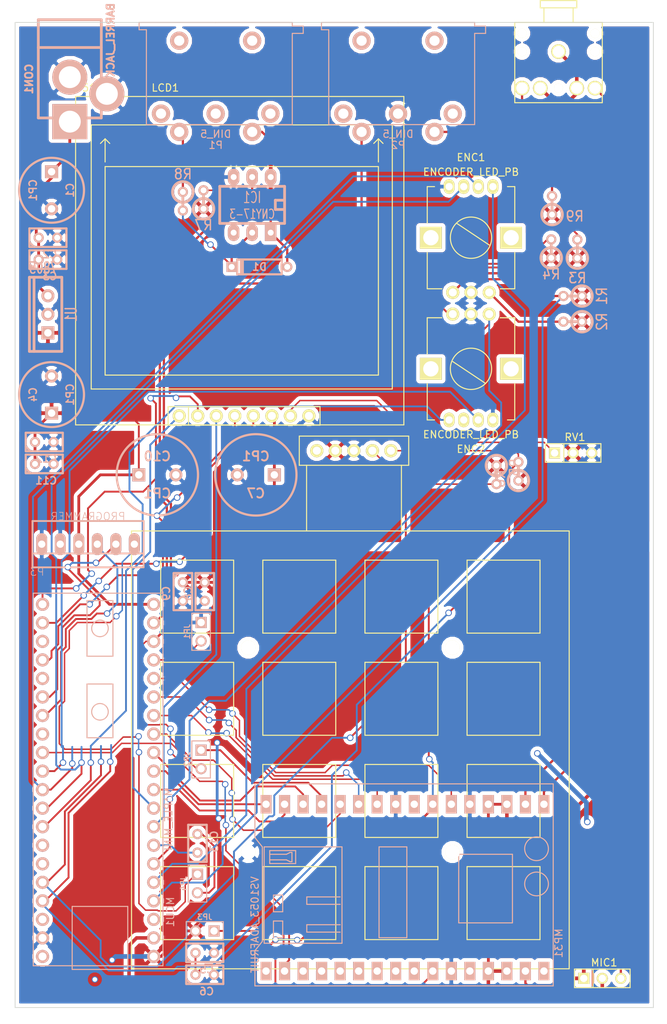
<source format=kicad_pcb>
(kicad_pcb (version 3) (host pcbnew "(2013-07-07 BZR 4022)-stable")
  (layers (15 F.Cu signal) (0 B.Cu signal) (18 B.Paste user) (19 F.Paste user) (20 B.SilkS user) (21 F.SilkS user hide) (22 B.Mask user) (23 F.Mask user) (28 Edge.Cuts user))
  (net 0 "")
  (net 1 +3.3V)
  (net 2 +5V)
  (net 3 /Boot1)
  (net 4 /CS_3V3)
  (net 5 /DC_3V3)
  (net 6 /DISP_LED)
  (net 7 /ENC1_A)
  (net 8 /ENC1_B)
  (net 9 /ENC1_L1)
  (net 10 /ENC1_L2)
  (net 11 /ENC1_SW)
  (net 12 /ENC2_A)
  (net 13 /ENC2_B)
  (net 14 /ENC2_L1)
  (net 15 /ENC2_SW)
  (net 16 /LOUT)
  (net 17 /MIC+)
  (net 18 /MIDI_IN)
  (net 19 /MIDI_OUT)
  (net 20 /MOSI_3V3)
  (net 21 /PROG_DTR)
  (net 22 /PROG_RX)
  (net 23 /PROG_TX)
  (net 24 /ROUT)
  (net 25 /RST_3V3)
  (net 26 /SCL)
  (net 27 /SCLK_3V3)
  (net 28 /SDA)
  (net 29 /VS1053_CS)
  (net 30 /VS1053_DREQ)
  (net 31 /VS1053_MISO)
  (net 32 /VS1053_MOSI)
  (net 33 /VS1053_RST)
  (net 34 /VS1053_SCLK)
  (net 35 /VS1053_SDCS)
  (net 36 /VS1053_XDCS)
  (net 37 AGND)
  (net 38 GND)
  (net 39 N-0000024)
  (net 40 N-0000027)
  (net 41 N-0000028)
  (net 42 N-0000032)
  (net 43 N-0000033)
  (net 44 N-0000034)
  (net 45 N-0000039)
  (net 46 N-0000040)
  (net 47 VCC)
  (module TO220_VERT (layer B.Cu) (at 272 125 180)
    (fp_text reference U1 (at -3.175 0 450) (layer B.SilkS) (effects (font (size 1.524 1.016) (thickness 0.2032)) (justify mirror)))
    (fp_text value 7805 (at 0.635 6.35 180) (layer B.SilkS) (effects (font (size 1.524 1.016) (thickness 0.2032)) (justify mirror)))
    (pad VI thru_hole circle (at 0 2.54 180) (size 1.778 1.778) (drill 1.016) (layers *.Cu *.Mask B.SilkS) (net 47 VCC))
    (pad GND thru_hole circle (at 0 0 180) (size 1.778 1.778) (drill 1.016) (layers *.Cu *.Mask B.SilkS) (net 38 GND))
    (pad VO thru_hole rect (at 0 -2.54 180) (size 1.778 1.778) (drill 1.016) (layers *.Cu *.Mask B.SilkS) (net 2 +5V))
  )
  (module VS1030_Adafruit (layer B.Cu) (at 340 215 90)
    (fp_text reference MP31 (at 3.81 2.032 90) (layer B.SilkS) (effects (justify mirror)))
    (fp_text value VS1053_ADAFRUIT (at 6.35 -39.624 90) (layer B.SilkS) (effects (justify mirror)))
    (pad 1 thru_hole rect (at 0 0 90) (size 2.54 1.5) (drill 1.016) (layers *.Cu *.Mask B.SilkS))
    (pad 2 thru_hole rect (at 0 -2.54 90) (size 2.54 1.5) (drill 1.016) (layers *.Cu *.Mask B.SilkS) (net 17 /MIC+))
    (pad 3 thru_hole rect (at 0 -5.08 90) (size 2.54 1.5) (drill 1.016) (layers *.Cu *.Mask B.SilkS) (net 37 AGND))
    (pad 4 thru_hole rect (at 0 -7.62 90) (size 2.54 1.5) (drill 1.016) (layers *.Cu *.Mask B.SilkS) (net 37 AGND))
    (pad 5 thru_hole rect (at 0 -10.16 90) (size 2.54 1.5) (drill 1.016) (layers *.Cu *.Mask B.SilkS))
    (pad 6 thru_hole rect (at 0 -12.7 90) (size 2.54 1.5) (drill 1.016) (layers *.Cu *.Mask B.SilkS) (net 38 GND))
    (pad 7 thru_hole rect (at 0 -15.24 90) (size 2.54 1.5) (drill 1.016) (layers *.Cu *.Mask B.SilkS) (net 41 N-0000028))
    (pad 8 thru_hole rect (at 0 -17.78 90) (size 2.54 1.5) (drill 1.016) (layers *.Cu *.Mask B.SilkS))
    (pad 9 thru_hole rect (at 0 -20.32 90) (size 2.54 1.5) (drill 1.016) (layers *.Cu *.Mask B.SilkS))
    (pad 10 thru_hole rect (at 0 -22.86 90) (size 2.54 1.5) (drill 1.016) (layers *.Cu *.Mask B.SilkS))
    (pad 11 thru_hole rect (at 0 -25.4 90) (size 2.54 1.5) (drill 1.016) (layers *.Cu *.Mask B.SilkS))
    (pad 12 thru_hole rect (at 0 -27.94 90) (size 2.54 1.5) (drill 1.016) (layers *.Cu *.Mask B.SilkS))
    (pad 13 thru_hole rect (at 0 -30.48 90) (size 2.54 1.5) (drill 1.016) (layers *.Cu *.Mask B.SilkS))
    (pad 14 thru_hole rect (at 0 -33.02 90) (size 2.54 1.5) (drill 1.016) (layers *.Cu *.Mask B.SilkS))
    (pad 15 thru_hole rect (at 0 -35.56 90) (size 2.54 1.5) (drill 1.016) (layers *.Cu *.Mask B.SilkS) (net 19 /MIDI_OUT))
    (pad 16 thru_hole rect (at 0 -38.1 90) (size 2.54 1.5) (drill 1.016) (layers *.Cu *.Mask B.SilkS))
    (pad 17 thru_hole rect (at 22.86 -38.1 90) (size 2.54 1.5) (drill 1.016) (layers *.Cu *.Mask B.SilkS) (net 36 /VS1053_XDCS))
    (pad 18 thru_hole rect (at 22.86 -35.56 90) (size 2.54 1.5) (drill 1.016) (layers *.Cu *.Mask B.SilkS) (net 35 /VS1053_SDCS))
    (pad 19 thru_hole rect (at 22.86 -33.02 90) (size 2.54 1.5) (drill 1.016) (layers *.Cu *.Mask B.SilkS) (net 29 /VS1053_CS))
    (pad 20 thru_hole rect (at 22.86 -30.48 90) (size 2.54 1.5) (drill 1.016) (layers *.Cu *.Mask B.SilkS) (net 33 /VS1053_RST))
    (pad 21 thru_hole rect (at 22.86 -27.94 90) (size 2.54 1.5) (drill 1.016) (layers *.Cu *.Mask B.SilkS) (net 34 /VS1053_SCLK))
    (pad 22 thru_hole rect (at 22.86 -25.4 90) (size 2.54 1.5) (drill 1.016) (layers *.Cu *.Mask B.SilkS) (net 32 /VS1053_MOSI))
    (pad 23 thru_hole rect (at 22.86 -22.86 90) (size 2.54 1.5) (drill 1.016) (layers *.Cu *.Mask B.SilkS) (net 31 /VS1053_MISO))
    (pad 24 thru_hole rect (at 22.86 -20.32 90) (size 2.54 1.5) (drill 1.016) (layers *.Cu *.Mask B.SilkS) (net 38 GND))
    (pad 25 thru_hole rect (at 22.86 -17.78 90) (size 2.54 1.5) (drill 1.016) (layers *.Cu *.Mask B.SilkS))
    (pad 26 thru_hole rect (at 22.86 -15.24 90) (size 2.54 1.5) (drill 1.016) (layers *.Cu *.Mask B.SilkS) (net 2 +5V))
    (pad 27 thru_hole rect (at 22.86 -12.7 90) (size 2.54 1.5) (drill 1.016) (layers *.Cu *.Mask B.SilkS) (net 30 /VS1053_DREQ))
    (pad 28 thru_hole rect (at 22.86 -10.16 90) (size 2.54 1.5) (drill 1.016) (layers *.Cu *.Mask B.SilkS) (net 38 GND))
    (pad 29 thru_hole rect (at 22.86 -7.62 90) (size 2.54 1.5) (drill 1.016) (layers *.Cu *.Mask B.SilkS) (net 37 AGND))
    (pad 30 thru_hole rect (at 22.86 -5.08 90) (size 2.54 1.5) (drill 1.016) (layers *.Cu *.Mask B.SilkS) (net 37 AGND))
    (pad 31 thru_hole rect (at 22.86 -2.54 90) (size 2.54 1.5) (drill 1.016) (layers *.Cu *.Mask B.SilkS) (net 16 /LOUT))
    (pad 32 thru_hole rect (at 22.86 0 90) (size 2.54 1.5) (drill 1.016) (layers *.Cu *.Mask B.SilkS) (net 24 /ROUT))
  )
  (module SPARKFUN_ROTARY_ENCODER (layer F.Cu) (at 329.997 139.471 180)
    (fp_text reference ENC2 (at 0 -4 180) (layer F.SilkS))
    (fp_text value ENCODER_LED_PB (at 0 -2 180) (layer F.SilkS))
    (pad 3 thru_hole oval (at 1 0 180) (size 1.5 2) (drill 1) (layers *.Cu *.Mask F.SilkS))
    (pad 2 thru_hole oval (at -1 0 180) (size 1.5 2) (drill 1) (layers *.Cu *.Mask F.SilkS) (net 14 /ENC2_L1))
    (pad 1 thru_hole oval (at -3 0 180) (size 1.5 2) (drill 1) (layers *.Cu *.Mask F.SilkS) (net 38 GND))
    (pad 4 thru_hole oval (at 3 0 180) (size 1.5 2) (drill 1) (layers *.Cu *.Mask F.SilkS) (net 15 /ENC2_SW))
    (pad 6 thru_hole circle (at 0 14.5 180) (size 1.8 1.8) (drill 1.1) (layers *.Cu *.Mask F.SilkS) (net 38 GND))
    (pad 5 thru_hole circle (at -2.5 14.5 180) (size 1.8 1.8) (drill 1.1) (layers *.Cu *.Mask F.SilkS) (net 12 /ENC2_A))
    (pad 7 thru_hole circle (at 2.5 14.5 180) (size 1.8 1.8) (drill 1.1) (layers *.Cu *.Mask F.SilkS) (net 13 /ENC2_B))
    (pad "" np_thru_hole rect (at -5.5 7 180) (size 3 3) (drill 2.1) (layers *.Cu *.Mask F.SilkS))
    (pad "" np_thru_hole rect (at 5.5 7 180) (size 3 3) (drill 2.1) (layers *.Cu *.Mask F.SilkS))
  )
  (module SPARKFUN_ROTARY_ENCODER (layer F.Cu) (at 330 107.5)
    (fp_text reference ENC1 (at 0 -4) (layer F.SilkS))
    (fp_text value ENCODER_LED_PB (at 0 -2) (layer F.SilkS))
    (pad 3 thru_hole oval (at 1 0) (size 1.5 2) (drill 1) (layers *.Cu *.Mask F.SilkS) (net 10 /ENC1_L2))
    (pad 2 thru_hole oval (at -1 0) (size 1.5 2) (drill 1) (layers *.Cu *.Mask F.SilkS) (net 9 /ENC1_L1))
    (pad 1 thru_hole oval (at -3 0) (size 1.5 2) (drill 1) (layers *.Cu *.Mask F.SilkS) (net 38 GND))
    (pad 4 thru_hole oval (at 3 0) (size 1.5 2) (drill 1) (layers *.Cu *.Mask F.SilkS) (net 11 /ENC1_SW))
    (pad 6 thru_hole circle (at 0 14.5) (size 1.8 1.8) (drill 1.1) (layers *.Cu *.Mask F.SilkS) (net 38 GND))
    (pad 5 thru_hole circle (at -2.5 14.5) (size 1.8 1.8) (drill 1.1) (layers *.Cu *.Mask F.SilkS) (net 7 /ENC1_A))
    (pad 7 thru_hole circle (at 2.5 14.5) (size 1.8 1.8) (drill 1.1) (layers *.Cu *.Mask F.SilkS) (net 8 /ENC1_B))
    (pad "" np_thru_hole rect (at -5.5 7) (size 3 3) (drill 2.1) (layers *.Cu *.Mask F.SilkS))
    (pad "" np_thru_hole rect (at 5.5 7) (size 3 3) (drill 2.1) (layers *.Cu *.Mask F.SilkS))
  )
  (module R1 (layer B.Cu) (at 336.499 146.507 90)
    (fp_text reference R6 (at -1.016 -2.54 90) (layer B.SilkS) (effects (font (size 1.397 1.27) (thickness 0.2032)) (justify mirror)))
    (fp_text value 10k hide)
    (pad 1 thru_hole circle (at -1.27 0 90) (size 1.397 1.397) (drill 0.8128) (layers *.Cu *.Mask B.SilkS) (net 2 +5V))
    (pad 2 thru_hole circle (at 1.27 0 90) (size 1.397 1.397) (drill 0.8128) (layers *.Cu *.Mask B.SilkS) (net 28 /SDA))
  )
  (module R1 (layer B.Cu) (at 333.489 146.99 270)
    (fp_text reference R5 (at -1.016 -2.54 270) (layer B.SilkS) (effects (font (size 1.397 1.27) (thickness 0.2032)) (justify mirror)))
    (fp_text value 10k hide)
    (pad 1 thru_hole circle (at -1.27 0 270) (size 1.397 1.397) (drill 0.8128) (layers *.Cu *.Mask B.SilkS) (net 2 +5V))
    (pad 2 thru_hole circle (at 1.27 0 270) (size 1.397 1.397) (drill 0.8128) (layers *.Cu *.Mask B.SilkS) (net 26 /SCL))
  )
  (module R1 (layer B.Cu) (at 341.109 110.058 90)
    (fp_text reference R9 (at -1.5113 3.1115 360) (layer B.SilkS) (effects (font (size 1.397 1.27) (thickness 0.2032)) (justify mirror)))
    (fp_text value R hide)
    (pad 1 thru_hole circle (at -1.27 0 90) (size 1.397 1.397) (drill 0.8128) (layers *.Cu *.Mask B.SilkS) (net 2 +5V))
    (pad 2 thru_hole circle (at 1.27 0 90) (size 1.397 1.397) (drill 0.8128) (layers *.Cu *.Mask B.SilkS) (net 40 N-0000027))
  )
  (module R1 (layer B.Cu) (at 341 116 90)
    (fp_text reference R4 (at -3.5 0 360) (layer B.SilkS) (effects (font (size 1.397 1.27) (thickness 0.2032)) (justify mirror)))
    (fp_text value 10k hide)
    (pad 1 thru_hole circle (at -1.27 0 90) (size 1.397 1.397) (drill 0.8128) (layers *.Cu *.Mask B.SilkS) (net 2 +5V))
    (pad 2 thru_hole circle (at 1.27 0 90) (size 1.397 1.397) (drill 0.8128) (layers *.Cu *.Mask B.SilkS) (net 13 /ENC2_B))
  )
  (module R1 (layer B.Cu) (at 290.5 109.5 270)
    (fp_text reference R8 (at -3.709 -0.0125 360) (layer B.SilkS) (effects (font (size 1.397 1.27) (thickness 0.2032)) (justify mirror)))
    (fp_text value R hide)
    (pad 1 thru_hole circle (at -1.27 0 270) (size 1.397 1.397) (drill 0.8128) (layers *.Cu *.Mask B.SilkS) (net 44 N-0000034))
    (pad 2 thru_hole circle (at 1.27 0 270) (size 1.397 1.397) (drill 0.8128) (layers *.Cu *.Mask B.SilkS) (net 43 N-0000033))
  )
  (module R1 (layer B.Cu) (at 344.576 116.027 90)
    (fp_text reference R3 (at -4 0 360) (layer B.SilkS) (effects (font (size 1.397 1.27) (thickness 0.2032)) (justify mirror)))
    (fp_text value 10k hide)
    (pad 1 thru_hole circle (at -1.27 0 90) (size 1.397 1.397) (drill 0.8128) (layers *.Cu *.Mask B.SilkS) (net 2 +5V))
    (pad 2 thru_hole circle (at 1.27 0 90) (size 1.397 1.397) (drill 0.8128) (layers *.Cu *.Mask B.SilkS) (net 12 /ENC2_A))
  )
  (module R1 (layer B.Cu) (at 293.332 109.271 90)
    (fp_text reference R7 (at -3.5 0 360) (layer B.SilkS) (effects (font (size 1.397 1.27) (thickness 0.2032)) (justify mirror)))
    (fp_text value R hide)
    (pad 1 thru_hole circle (at -1.27 0 90) (size 1.397 1.397) (drill 0.8128) (layers *.Cu *.Mask B.SilkS) (net 2 +5V))
    (pad 2 thru_hole circle (at 1.27 0 90) (size 1.397 1.397) (drill 0.8128) (layers *.Cu *.Mask B.SilkS) (net 18 /MIDI_IN))
  )
  (module R1 (layer B.Cu) (at 343.941 126.009 180)
    (fp_text reference R2 (at -4 0 450) (layer B.SilkS) (effects (font (size 1.397 1.27) (thickness 0.2032)) (justify mirror)))
    (fp_text value 10k hide)
    (pad 1 thru_hole circle (at -1.27 0 180) (size 1.397 1.397) (drill 0.8128) (layers *.Cu *.Mask B.SilkS) (net 2 +5V))
    (pad 2 thru_hole circle (at 1.27 0 180) (size 1.397 1.397) (drill 0.8128) (layers *.Cu *.Mask B.SilkS) (net 8 /ENC1_B))
  )
  (module R1 (layer B.Cu) (at 343.941 122.492 180)
    (fp_text reference R1 (at -4 0 450) (layer B.SilkS) (effects (font (size 1.397 1.27) (thickness 0.2032)) (justify mirror)))
    (fp_text value 10k hide)
    (pad 1 thru_hole circle (at -1.27 0 180) (size 1.397 1.397) (drill 0.8128) (layers *.Cu *.Mask B.SilkS) (net 2 +5V))
    (pad 2 thru_hole circle (at 1.27 0 180) (size 1.397 1.397) (drill 0.8128) (layers *.Cu *.Mask B.SilkS) (net 7 /ENC1_A))
  )
  (module PIN_ARRAY_3X1 (layer F.Cu) (at 344 144)
    (fp_text reference RV1 (at 0.254 -2.159) (layer F.SilkS) (effects (font (size 1.016 1.016) (thickness 0.1524))))
    (fp_text value POT hide)
    (pad 1 thru_hole rect (at -2.54 0) (size 1.524 1.524) (drill 1.016) (layers *.Cu *.Mask F.SilkS) (net 6 /DISP_LED))
    (pad 2 thru_hole circle (at 0 0) (size 1.524 1.524) (drill 1.016) (layers *.Cu *.Mask F.SilkS) (net 2 +5V))
    (pad 3 thru_hole circle (at 2.54 0) (size 1.524 1.524) (drill 1.016) (layers *.Cu *.Mask F.SilkS) (net 38 GND))
  )
  (module PIN_ARRAY_3X1 (layer F.Cu) (at 348 216)
    (fp_text reference MIC1 (at 0.254 -2.159) (layer F.SilkS) (effects (font (size 1.016 1.016) (thickness 0.1524))))
    (fp_text value MIC hide)
    (pad 1 thru_hole rect (at -2.54 0) (size 1.524 1.524) (drill 1.016) (layers *.Cu *.Mask F.SilkS) (net 1 +3.3V))
    (pad 2 thru_hole circle (at 0 0) (size 1.524 1.524) (drill 1.016) (layers *.Cu *.Mask F.SilkS) (net 37 AGND))
    (pad 3 thru_hole circle (at 2.54 0) (size 1.524 1.524) (drill 1.016) (layers *.Cu *.Mask F.SilkS) (net 17 /MIC+))
  )
  (module PIN_ARRAY_2X1 (layer B.Cu) (at 293.5 209.5 180)
    (fp_text reference JP3 (at 0 1.905 180) (layer B.SilkS) (effects (font (size 0.762 0.762) (thickness 0.1524)) (justify mirror)))
    (fp_text value JUMPER hide)
    (pad 1 thru_hole rect (at -1.27 0 180) (size 1.524 1.524) (drill 1.016) (layers *.Cu *.Mask B.SilkS) (net 41 N-0000028))
    (pad 2 thru_hole circle (at 1.27 0 180) (size 1.524 1.524) (drill 1.016) (layers *.Cu *.Mask B.SilkS) (net 1 +3.3V))
  )
  (module PIN_ARRAY_2X1 (layer B.Cu) (at 293 168.5 270)
    (fp_text reference JP1 (at 0 1.905 270) (layer B.SilkS) (effects (font (size 0.762 0.762) (thickness 0.1524)) (justify mirror)))
    (fp_text value JUMPER hide)
    (pad 1 thru_hole rect (at -1.27 0 270) (size 1.524 1.524) (drill 1.016) (layers *.Cu *.Mask B.SilkS) (net 38 GND))
    (pad 2 thru_hole circle (at 1.27 0 270) (size 1.524 1.524) (drill 1.016) (layers *.Cu *.Mask B.SilkS) (net 3 /Boot1))
  )
  (module PIN_ARRAY_2X1 (layer B.Cu) (at 293 186 270)
    (fp_text reference JP2 (at 0 1.905 270) (layer B.SilkS) (effects (font (size 0.762 0.762) (thickness 0.1524)) (justify mirror)))
    (fp_text value JUMPER hide)
    (pad 1 thru_hole rect (at -1.27 0 270) (size 1.524 1.524) (drill 1.016) (layers *.Cu *.Mask B.SilkS) (net 33 /VS1053_RST))
    (pad 2 thru_hole circle (at 1.27 0 270) (size 1.524 1.524) (drill 1.016) (layers *.Cu *.Mask B.SilkS) (net 39 N-0000024))
  )
  (module DIP-6__300_ELL (layer B.Cu) (at 300 110 180)
    (fp_text reference IC1 (at 0 1.016 180) (layer B.SilkS) (effects (font (size 1.524 1.016) (thickness 0.1524)) (justify mirror)))
    (fp_text value CNY17-3 (at 0 -1.27 180) (layer B.SilkS) (effects (font (size 1.27 0.889) (thickness 0.1524)) (justify mirror)))
    (pad 1 thru_hole rect (at -2.54 -3.81 180) (size 1.5748 2.286) (drill 0.8128) (layers *.Cu *.Mask B.SilkS) (net 42 N-0000032))
    (pad 2 thru_hole oval (at 0 -3.81 180) (size 1.5748 2.286) (drill 0.8128) (layers *.Cu *.Mask B.SilkS) (net 43 N-0000033))
    (pad 3 thru_hole oval (at 2.54 -3.81 180) (size 1.5748 2.286) (drill 0.8128) (layers *.Cu *.Mask B.SilkS))
    (pad 4 thru_hole oval (at 2.54 3.81 180) (size 1.5748 2.286) (drill 0.8128) (layers *.Cu *.Mask B.SilkS) (net 38 GND))
    (pad 5 thru_hole oval (at 0 3.81 180) (size 1.5748 2.286) (drill 0.8128) (layers *.Cu *.Mask B.SilkS) (net 18 /MIDI_IN))
    (pad 6 thru_hole oval (at -2.54 3.81 180) (size 1.5748 2.286) (drill 0.8128) (layers *.Cu *.Mask B.SilkS) (net 2 +5V))
  )
  (module D3 (layer B.Cu) (at 301 118.5 180)
    (fp_text reference D1 (at 0 0 180) (layer B.SilkS) (effects (font (size 1.016 1.016) (thickness 0.2032)) (justify mirror)))
    (fp_text value DIODE hide)
    (pad 2 thru_hole rect (at 3.81 0 180) (size 1.397 1.397) (drill 0.8128) (layers *.Cu *.Mask B.SilkS) (net 43 N-0000033))
    (pad 1 thru_hole circle (at -3.81 0 180) (size 1.397 1.397) (drill 0.8128) (layers *.Cu *.Mask B.SilkS) (net 42 N-0000032))
  )
  (module C2V8 (layer B.Cu) (at 272.5 108 270)
    (fp_text reference C1 (at 0 -2.54 270) (layer B.SilkS) (effects (font (size 1.016 1.016) (thickness 0.2032)) (justify mirror)))
    (fp_text value CP1 (at 0 2.54 270) (layer B.SilkS) (effects (font (size 1.016 1.016) (thickness 0.2032)) (justify mirror)))
    (pad 1 thru_hole rect (at -2.54 0 270) (size 1.778 1.778) (drill 1.016) (layers *.Cu *.Mask B.SilkS) (net 47 VCC))
    (pad 2 thru_hole circle (at 2.54 0 270) (size 1.778 1.778) (drill 1.016) (layers *.Cu *.Mask B.SilkS) (net 38 GND))
  )
  (module C2V8 (layer B.Cu) (at 272.5 136 90)
    (fp_text reference C4 (at 0 -2.54 90) (layer B.SilkS) (effects (font (size 1.016 1.016) (thickness 0.2032)) (justify mirror)))
    (fp_text value CP1 (at 0 2.54 90) (layer B.SilkS) (effects (font (size 1.016 1.016) (thickness 0.2032)) (justify mirror)))
    (pad 1 thru_hole rect (at -2.54 0 90) (size 1.778 1.778) (drill 1.016) (layers *.Cu *.Mask B.SilkS) (net 2 +5V))
    (pad 2 thru_hole circle (at 2.54 0 90) (size 1.778 1.778) (drill 1.016) (layers *.Cu *.Mask B.SilkS) (net 38 GND))
  )
  (module C2V10 (layer B.Cu) (at 300.5 147 180)
    (fp_text reference C7 (at 0 -2.54 180) (layer B.SilkS) (effects (font (size 1.27 1.27) (thickness 0.254)) (justify mirror)))
    (fp_text value CP1 (at 0 2.54 180) (layer B.SilkS) (effects (font (size 1.27 1.27) (thickness 0.254)) (justify mirror)))
    (pad 1 thru_hole rect (at -2.54 0 180) (size 1.778 1.778) (drill 1.016) (layers *.Cu *.Mask B.SilkS) (net 1 +3.3V))
    (pad 2 thru_hole circle (at 2.54 0 180) (size 1.778 1.778) (drill 1.016) (layers *.Cu *.Mask B.SilkS) (net 38 GND))
  )
  (module C2V10 (layer B.Cu) (at 287 147)
    (fp_text reference C10 (at 0 -2.54) (layer B.SilkS) (effects (font (size 1.27 1.27) (thickness 0.254)) (justify mirror)))
    (fp_text value CP1 (at 0 2.54) (layer B.SilkS) (effects (font (size 1.27 1.27) (thickness 0.254)) (justify mirror)))
    (pad 1 thru_hole rect (at -2.54 0) (size 1.778 1.778) (drill 1.016) (layers *.Cu *.Mask B.SilkS) (net 2 +5V))
    (pad 2 thru_hole circle (at 2.54 0) (size 1.778 1.778) (drill 1.016) (layers *.Cu *.Mask B.SilkS) (net 38 GND))
  )
  (module C1 (layer B.Cu) (at 290.5 163 270)
    (fp_text reference C9 (at 0.254 2.286 270) (layer B.SilkS) (effects (font (size 1.016 1.016) (thickness 0.2032)) (justify mirror)))
    (fp_text value C hide)
    (pad 1 thru_hole circle (at -1.27 0 270) (size 1.397 1.397) (drill 0.8128) (layers *.Cu *.Mask B.SilkS) (net 1 +3.3V))
    (pad 2 thru_hole circle (at 1.27 0 270) (size 1.397 1.397) (drill 0.8128) (layers *.Cu *.Mask B.SilkS) (net 38 GND))
  )
  (module C1 (layer B.Cu) (at 293.5 163 270)
    (fp_text reference C8 (at 0.254 2.286 270) (layer B.SilkS) (effects (font (size 1.016 1.016) (thickness 0.2032)) (justify mirror)))
    (fp_text value C hide)
    (pad 1 thru_hole circle (at -1.27 0 270) (size 1.397 1.397) (drill 0.8128) (layers *.Cu *.Mask B.SilkS) (net 1 +3.3V))
    (pad 2 thru_hole circle (at 1.27 0 270) (size 1.397 1.397) (drill 0.8128) (layers *.Cu *.Mask B.SilkS) (net 38 GND))
  )
  (module C1 (layer B.Cu) (at 293.5 215.5)
    (fp_text reference C6 (at 0.254 2.286) (layer B.SilkS) (effects (font (size 1.016 1.016) (thickness 0.2032)) (justify mirror)))
    (fp_text value C hide)
    (pad 1 thru_hole circle (at -1.27 0) (size 1.397 1.397) (drill 0.8128) (layers *.Cu *.Mask B.SilkS) (net 2 +5V))
    (pad 2 thru_hole circle (at 1.27 0) (size 1.397 1.397) (drill 0.8128) (layers *.Cu *.Mask B.SilkS) (net 38 GND))
  )
  (module C1 (layer B.Cu) (at 293.5 212.5)
    (fp_text reference C5 (at 0.254 2.286) (layer B.SilkS) (effects (font (size 1.016 1.016) (thickness 0.2032)) (justify mirror)))
    (fp_text value C hide)
    (pad 1 thru_hole circle (at -1.27 0) (size 1.397 1.397) (drill 0.8128) (layers *.Cu *.Mask B.SilkS) (net 2 +5V))
    (pad 2 thru_hole circle (at 1.27 0) (size 1.397 1.397) (drill 0.8128) (layers *.Cu *.Mask B.SilkS) (net 38 GND))
  )
  (module C1 (layer B.Cu) (at 271.5 142.5)
    (fp_text reference C12 (at 0.254 2.286) (layer B.SilkS) (effects (font (size 1.016 1.016) (thickness 0.2032)) (justify mirror)))
    (fp_text value C hide)
    (pad 1 thru_hole circle (at -1.27 0) (size 1.397 1.397) (drill 0.8128) (layers *.Cu *.Mask B.SilkS) (net 2 +5V))
    (pad 2 thru_hole circle (at 1.27 0) (size 1.397 1.397) (drill 0.8128) (layers *.Cu *.Mask B.SilkS) (net 38 GND))
  )
  (module C1 (layer B.Cu) (at 271.5 145.5)
    (fp_text reference C11 (at 0.254 2.286) (layer B.SilkS) (effects (font (size 1.016 1.016) (thickness 0.2032)) (justify mirror)))
    (fp_text value C hide)
    (pad 1 thru_hole circle (at -1.27 0) (size 1.397 1.397) (drill 0.8128) (layers *.Cu *.Mask B.SilkS) (net 2 +5V))
    (pad 2 thru_hole circle (at 1.27 0) (size 1.397 1.397) (drill 0.8128) (layers *.Cu *.Mask B.SilkS) (net 38 GND))
  )
  (module C1 (layer B.Cu) (at 272 117.5)
    (fp_text reference C3 (at 0.254 2.286) (layer B.SilkS) (effects (font (size 1.016 1.016) (thickness 0.2032)) (justify mirror)))
    (fp_text value C hide)
    (pad 1 thru_hole circle (at -1.27 0) (size 1.397 1.397) (drill 0.8128) (layers *.Cu *.Mask B.SilkS) (net 47 VCC))
    (pad 2 thru_hole circle (at 1.27 0) (size 1.397 1.397) (drill 0.8128) (layers *.Cu *.Mask B.SilkS) (net 38 GND))
  )
  (module C1 (layer B.Cu) (at 272 114.5)
    (fp_text reference C2 (at 0.254 2.286) (layer B.SilkS) (effects (font (size 1.016 1.016) (thickness 0.2032)) (justify mirror)))
    (fp_text value C hide)
    (pad 1 thru_hole circle (at -1.27 0) (size 1.397 1.397) (drill 0.8128) (layers *.Cu *.Mask B.SilkS) (net 47 VCC))
    (pad 2 thru_hole circle (at 1.27 0) (size 1.397 1.397) (drill 0.8128) (layers *.Cu *.Mask B.SilkS) (net 38 GND))
  )
  (module Leaf_maple_mini (layer B.Cu) (at 286.5 213 90)
    (fp_text reference MCU1 (at 6.096 2.286 90) (layer B.SilkS) (effects (justify mirror)))
    (fp_text value MAPLE_MINI (at 18.796 2.032 90) (layer B.SilkS) (effects (justify mirror)))
    (pad 1 thru_hole circle (at 0 0 90) (size 1.8 1.8) (drill 1.1) (layers *.Cu *.Mask B.SilkS) (net 1 +3.3V))
    (pad 2 thru_hole circle (at 2.54 0 90) (size 1.8 1.8) (drill 1.1) (layers *.Cu *.Mask B.SilkS) (net 37 AGND))
    (pad 3 thru_hole circle (at 5.08 0 90) (size 1.8 1.8) (drill 1.1) (layers *.Cu *.Mask B.SilkS))
    (pad 4 thru_hole circle (at 7.62 0 90) (size 1.8 1.8) (drill 1.1) (layers *.Cu *.Mask B.SilkS) (net 7 /ENC1_A))
    (pad 5 thru_hole circle (at 10.16 0 90) (size 1.8 1.8) (drill 1.1) (layers *.Cu *.Mask B.SilkS) (net 11 /ENC1_SW))
    (pad 6 thru_hole circle (at 12.7 0 90) (size 1.8 1.8) (drill 1.1) (layers *.Cu *.Mask B.SilkS) (net 12 /ENC2_A))
    (pad 7 thru_hole circle (at 15.24 0 90) (size 1.8 1.8) (drill 1.1) (layers *.Cu *.Mask B.SilkS) (net 45 N-0000039))
    (pad 8 thru_hole circle (at 17.78 0 90) (size 1.8 1.8) (drill 1.1) (layers *.Cu *.Mask B.SilkS) (net 5 /DC_3V3))
    (pad 9 thru_hole circle (at 20.32 0 90) (size 1.8 1.8) (drill 1.1) (layers *.Cu *.Mask B.SilkS) (net 25 /RST_3V3))
    (pad 10 thru_hole circle (at 22.86 0 90) (size 1.8 1.8) (drill 1.1) (layers *.Cu *.Mask B.SilkS) (net 35 /VS1053_SDCS))
    (pad 11 thru_hole circle (at 25.4 0 90) (size 1.8 1.8) (drill 1.1) (layers *.Cu *.Mask B.SilkS) (net 36 /VS1053_XDCS))
    (pad 12 thru_hole circle (at 27.94 0 90) (size 1.8 1.8) (drill 1.1) (layers *.Cu *.Mask B.SilkS) (net 29 /VS1053_CS))
    (pad 13 thru_hole circle (at 30.48 0 90) (size 1.8 1.8) (drill 1.1) (layers *.Cu *.Mask B.SilkS) (net 34 /VS1053_SCLK))
    (pad 14 thru_hole circle (at 33.02 0 90) (size 1.8 1.8) (drill 1.1) (layers *.Cu *.Mask B.SilkS) (net 31 /VS1053_MISO))
    (pad 15 thru_hole circle (at 35.56 0 90) (size 1.8 1.8) (drill 1.1) (layers *.Cu *.Mask B.SilkS) (net 32 /VS1053_MOSI))
    (pad 16 thru_hole circle (at 38.1 0 90) (size 1.8 1.8) (drill 1.1) (layers *.Cu *.Mask B.SilkS) (net 30 /VS1053_DREQ))
    (pad 17 thru_hole circle (at 40.64 0 90) (size 1.8 1.8) (drill 1.1) (layers *.Cu *.Mask B.SilkS) (net 3 /Boot1))
    (pad 18 thru_hole circle (at 43.18 0 90) (size 1.8 1.8) (drill 1.1) (layers *.Cu *.Mask B.SilkS) (net 19 /MIDI_OUT))
    (pad 19 thru_hole circle (at 45.72 0 90) (size 1.8 1.8) (drill 1.1) (layers *.Cu *.Mask B.SilkS) (net 18 /MIDI_IN))
    (pad 20 thru_hole circle (at 48.26 0 90) (size 1.8 1.8) (drill 1.1) (layers *.Cu *.Mask B.SilkS) (net 2 +5V))
    (pad 21 thru_hole circle (at 48.26 -15.24 90) (size 1.8 1.8) (drill 1.1) (layers *.Cu *.Mask B.SilkS) (net 4 /CS_3V3))
    (pad 22 thru_hole circle (at 45.72 -15.24 90) (size 1.8 1.8) (drill 1.1) (layers *.Cu *.Mask B.SilkS) (net 27 /SCLK_3V3))
    (pad 23 thru_hole circle (at 43.18 -15.24 90) (size 1.8 1.8) (drill 1.1) (layers *.Cu *.Mask B.SilkS))
    (pad 24 thru_hole circle (at 40.64 -15.24 90) (size 1.8 1.8) (drill 1.1) (layers *.Cu *.Mask B.SilkS) (net 20 /MOSI_3V3))
    (pad 25 thru_hole circle (at 38.1 -15.24 90) (size 1.8 1.8) (drill 1.1) (layers *.Cu *.Mask B.SilkS))
    (pad 26 thru_hole circle (at 35.56 -15.24 90) (size 1.8 1.8) (drill 1.1) (layers *.Cu *.Mask B.SilkS) (net 23 /PROG_TX))
    (pad 27 thru_hole circle (at 33.02 -15.24 90) (size 1.8 1.8) (drill 1.1) (layers *.Cu *.Mask B.SilkS) (net 22 /PROG_RX))
    (pad 28 thru_hole circle (at 30.48 -15.24 90) (size 1.8 1.8) (drill 1.1) (layers *.Cu *.Mask B.SilkS))
    (pad 29 thru_hole circle (at 27.94 -15.24 90) (size 1.8 1.8) (drill 1.1) (layers *.Cu *.Mask B.SilkS) (net 39 N-0000024))
    (pad 30 thru_hole circle (at 25.4 -15.24 90) (size 1.8 1.8) (drill 1.1) (layers *.Cu *.Mask B.SilkS) (net 14 /ENC2_L1))
    (pad 31 thru_hole circle (at 22.86 -15.24 90) (size 1.8 1.8) (drill 1.1) (layers *.Cu *.Mask B.SilkS) (net 10 /ENC1_L2))
    (pad 32 thru_hole circle (at 20.32 -15.24 90) (size 1.8 1.8) (drill 1.1) (layers *.Cu *.Mask B.SilkS) (net 9 /ENC1_L1))
    (pad 33 thru_hole circle (at 17.78 -15.24 90) (size 1.8 1.8) (drill 1.1) (layers *.Cu *.Mask B.SilkS) (net 15 /ENC2_SW))
    (pad 34 thru_hole circle (at 15.24 -15.24 90) (size 1.8 1.8) (drill 1.1) (layers *.Cu *.Mask B.SilkS))
    (pad 35 thru_hole circle (at 12.7 -15.24 90) (size 1.8 1.8) (drill 1.1) (layers *.Cu *.Mask B.SilkS))
    (pad 36 thru_hole circle (at 10.16 -15.24 90) (size 1.8 1.8) (drill 1.1) (layers *.Cu *.Mask B.SilkS) (net 26 /SCL))
    (pad 37 thru_hole circle (at 7.62 -15.24 90) (size 1.8 1.8) (drill 1.1) (layers *.Cu *.Mask B.SilkS) (net 28 /SDA))
    (pad 38 thru_hole circle (at 5.08 -15.24 90) (size 1.8 1.8) (drill 1.1) (layers *.Cu *.Mask B.SilkS))
    (pad 39 thru_hole circle (at 2.54 -15.24 90) (size 1.8 1.8) (drill 1.1) (layers *.Cu *.Mask B.SilkS) (net 38 GND))
    (pad 40 thru_hole circle (at 0 -15.24 90) (size 1.8 1.8) (drill 1.1) (layers *.Cu *.Mask B.SilkS))
  )
  (module Nokia5110_LCD_2 (layer F.Cu) (at 290 96.5)
    (fp_text reference LCD1 (at -1.905 -2.54) (layer F.SilkS))
    (fp_text value 5110 (at -11.43 -2.54) (layer F.SilkS))
    (pad 1 thru_hole circle (at 0 42.418) (size 1.8 1.8) (drill 1.1) (layers *.Cu *.Mask F.SilkS) (net 25 /RST_3V3))
    (pad 2 thru_hole circle (at 2.54 42.418) (size 1.8 1.8) (drill 1.1) (layers *.Cu *.Mask F.SilkS) (net 4 /CS_3V3))
    (pad 3 thru_hole circle (at 5.08 42.418) (size 1.8 1.8) (drill 1.1) (layers *.Cu *.Mask F.SilkS) (net 5 /DC_3V3))
    (pad 4 thru_hole circle (at 7.62 42.418) (size 1.8 1.8) (drill 1.1) (layers *.Cu *.Mask F.SilkS) (net 20 /MOSI_3V3))
    (pad 5 thru_hole circle (at 10.16 42.418) (size 1.8 1.8) (drill 1.1) (layers *.Cu *.Mask F.SilkS) (net 27 /SCLK_3V3))
    (pad 6 thru_hole circle (at 12.7 42.418) (size 1.8 1.8) (drill 1.1) (layers *.Cu *.Mask F.SilkS) (net 1 +3.3V))
    (pad 7 thru_hole circle (at 15.24 42.418) (size 1.8 1.8) (drill 1.1) (layers *.Cu *.Mask F.SilkS) (net 6 /DISP_LED))
    (pad 8 thru_hole circle (at 17.78 42.418) (size 1.8 1.8) (drill 1.1) (layers *.Cu *.Mask F.SilkS) (net 38 GND))
  )
  (module MIDI_CONN (layer B.Cu) (at 295 97.5)
    (fp_text reference P1 (at 0 4.318) (layer B.SilkS) (effects (justify mirror)))
    (fp_text value DIN_5 (at 0 2.794) (layer B.SilkS) (effects (justify mirror)))
    (pad 3 thru_hole circle (at 0 0) (size 2.5 2.5) (drill 1.4) (layers *.Cu *.Mask B.SilkS))
    (pad 1 thru_hole circle (at 7.5 0) (size 2.5 2.5) (drill 1.4) (layers *.Cu *.Mask B.SilkS))
    (pad 5 thru_hole circle (at -7.5 0) (size 2.5 2.5) (drill 1.4) (layers *.Cu *.Mask B.SilkS))
    (pad "" np_thru_hole circle (at -5 -10) (size 2.5 2.5) (drill 1.4) (layers *.Cu *.Mask B.SilkS))
    (pad "" np_thru_hole circle (at 5 -10) (size 2.5 2.5) (drill 1.4) (layers *.Cu *.Mask B.SilkS))
    (pad 4 thru_hole circle (at -5 2.5) (size 2.5 2.5) (drill 1.4) (layers *.Cu *.Mask B.SilkS) (net 44 N-0000034))
    (pad 2 thru_hole circle (at 5 2.5) (size 2.5 2.5) (drill 1.4) (layers *.Cu *.Mask B.SilkS) (net 42 N-0000032))
  )
  (module MIDI_CONN (layer B.Cu) (at 320 97.5)
    (fp_text reference P2 (at 0 4.318) (layer B.SilkS) (effects (justify mirror)))
    (fp_text value DIN_5 (at 0 2.794) (layer B.SilkS) (effects (justify mirror)))
    (pad 3 thru_hole circle (at 0 0) (size 2.5 2.5) (drill 1.4) (layers *.Cu *.Mask B.SilkS) (net 38 GND))
    (pad 1 thru_hole circle (at 7.5 0) (size 2.5 2.5) (drill 1.4) (layers *.Cu *.Mask B.SilkS))
    (pad 5 thru_hole circle (at -7.5 0) (size 2.5 2.5) (drill 1.4) (layers *.Cu *.Mask B.SilkS))
    (pad "" np_thru_hole circle (at -5 -10) (size 2.5 2.5) (drill 1.4) (layers *.Cu *.Mask B.SilkS))
    (pad "" np_thru_hole circle (at 5 -10) (size 2.5 2.5) (drill 1.4) (layers *.Cu *.Mask B.SilkS))
    (pad 4 thru_hole circle (at -5 2.5) (size 2.5 2.5) (drill 1.4) (layers *.Cu *.Mask B.SilkS) (net 19 /MIDI_OUT))
    (pad 2 thru_hole circle (at 5 2.5) (size 2.5 2.5) (drill 1.4) (layers *.Cu *.Mask B.SilkS) (net 40 N-0000027))
  )
  (module JACK_ALIM (layer B.Cu) (at 275 92.5 270)
    (fp_text reference CON1 (at 0.254 5.588 270) (layer B.SilkS) (effects (font (size 1.016 1.016) (thickness 0.254)) (justify mirror)))
    (fp_text value BARREL_JACK (at -5.08 -5.588 270) (layer B.SilkS) (effects (font (size 1.016 1.016) (thickness 0.254)) (justify mirror)))
    (pad 2 thru_hole circle (at 0 0 270) (size 4.8006 4.8006) (drill 3) (layers *.Cu *.Mask B.SilkS) (net 38 GND))
    (pad 1 thru_hole rect (at 6.096 0 270) (size 4.8006 4.8006) (drill 3) (layers *.Cu *.Mask B.SilkS) (net 47 VCC))
    (pad 3 thru_hole circle (at 2.286 -5.08 270) (size 4.8006 4.8006) (drill 3) (layers *.Cu *.Mask B.SilkS) (net 38 GND))
  )
  (module Jack_3.5mm_Stereo (layer F.Cu) (at 342 94)
    (fp_text reference J1 (at 0.5 -14.5) (layer F.SilkS))
    (fp_text value JACK_ST_2SW_PROPER hide)
    (pad T_SW thru_hole circle (at -2.5 0) (size 2 2) (drill 1.6) (layers *.Cu *.Mask F.SilkS) (net 37 AGND))
    (pad R_SW thru_hole circle (at 2.5 0) (size 2 2) (drill 1.6) (layers *.Cu *.Mask F.SilkS) (net 37 AGND))
    (pad T thru_hole circle (at -5 0) (size 2 2) (drill 1.6) (layers *.Cu *.Mask F.SilkS) (net 16 /LOUT))
    (pad R thru_hole circle (at 5 0) (size 2 2) (drill 1.6) (layers *.Cu *.Mask F.SilkS) (net 24 /ROUT))
    (pad S thru_hole circle (at 0 -5) (size 2 2) (drill 1.6) (layers *.Cu *.Mask F.SilkS) (net 37 AGND))
    (pad "" np_thru_hole circle (at -5 -5) (size 1.25 1.25) (drill 1.25) (layers *.Cu *.Mask F.SilkS))
    (pad "" np_thru_hole circle (at 5 -5) (size 1.25 1.25) (drill 1.25) (layers *.Cu *.Mask F.SilkS))
    (pad "" np_thru_hole circle (at -5 -7.5) (size 1.25 1.25) (drill 1.25) (layers *.Cu *.Mask F.SilkS))
    (pad "" np_thru_hole circle (at 5 -7.5) (size 1.25 1.25) (drill 1.25) (layers *.Cu *.Mask F.SilkS))
    (pad "" np_thru_hole circle (at 0 0) (size 1.25 1.25) (drill 1.25) (layers *.Cu *.Mask F.SilkS))
  )
  (module PINHEAD1-6 (layer B.Cu) (at 277.5 156.5)
    (fp_text reference P3 (at -6.985 3.81) (layer B.SilkS) (effects (font (size 1.016 1.016) (thickness 0.0889)) (justify mirror)))
    (fp_text value PROGRAMMER (at 0 -3.81) (layer B.SilkS) (effects (font (size 1.016 1.016) (thickness 0.0889)) (justify mirror)))
    (pad 1 thru_hole oval (at -6.35 0) (size 1.50622 3.01498) (drill 0.99822) (layers *.Cu B.Paste B.SilkS B.Mask) (net 38 GND))
    (pad 2 thru_hole oval (at -3.81 0) (size 1.50622 3.01498) (drill 0.99822) (layers *.Cu B.Paste B.SilkS B.Mask) (net 38 GND))
    (pad 3 thru_hole oval (at -1.27 0) (size 1.50622 3.01498) (drill 0.99822) (layers *.Cu B.Paste B.SilkS B.Mask) (net 2 +5V))
    (pad 4 thru_hole oval (at 1.27 0) (size 1.50622 3.01498) (drill 0.99822) (layers *.Cu B.Paste B.SilkS B.Mask) (net 22 /PROG_RX))
    (pad 5 thru_hole oval (at 3.81 0) (size 1.50622 3.01498) (drill 0.99822) (layers *.Cu B.Paste B.SilkS B.Mask) (net 23 /PROG_TX))
    (pad 6 thru_hole oval (at 6.35 0) (size 1.50622 3.01498) (drill 0.99822) (layers *.Cu B.Paste B.SilkS B.Mask) (net 21 /PROG_DTR))
  )
  (module PIN_ARRAY_2X1 (layer B.Cu) (at 292.5 203 270)
    (fp_text reference JP4 (at 0 1.905 270) (layer B.SilkS) (effects (font (size 0.762 0.762) (thickness 0.1524)) (justify mirror)))
    (fp_text value JUMPER hide)
    (pad 1 thru_hole rect (at -1.27 0 270) (size 1.524 1.524) (drill 1.016) (layers *.Cu *.Mask B.SilkS) (net 21 /PROG_DTR))
    (pad 2 thru_hole circle (at 1.27 0 270) (size 1.524 1.524) (drill 1.016) (layers *.Cu *.Mask B.SilkS) (net 46 N-0000040))
  )
  (module C1 (layer B.Cu) (at 292.5 197.5 90)
    (fp_text reference C13 (at 0.254 2.286 90) (layer B.SilkS) (effects (font (size 1.016 1.016) (thickness 0.2032)) (justify mirror)))
    (fp_text value C hide)
    (pad 1 thru_hole circle (at -1.27 0 90) (size 1.397 1.397) (drill 0.8128) (layers *.Cu *.Mask B.SilkS) (net 45 N-0000039))
    (pad 2 thru_hole circle (at 1.27 0 90) (size 1.397 1.397) (drill 0.8128) (layers *.Cu *.Mask B.SilkS) (net 46 N-0000040))
  )
  (module Adafruit_trellis (layer F.Cu) (at 313.461 170.688)
    (fp_text reference BTNPAD1 hide)
    (fp_text value ADAFRUIT_TRELLIS hide)
    (pad 5 thru_hole circle (at -4.6 -27) (size 1.8 1.8) (drill 1.1) (layers *.Cu *.Mask F.SilkS))
    (pad 4 thru_hole circle (at -2.06 -27) (size 1.8 1.8) (drill 1.1) (layers *.Cu *.Mask F.SilkS) (net 2 +5V))
    (pad 3 thru_hole circle (at 0.48 -27) (size 1.8 1.8) (drill 1.1) (layers *.Cu *.Mask F.SilkS) (net 38 GND))
    (pad 2 thru_hole circle (at 3.02 -27) (size 1.8 1.8) (drill 1.1) (layers *.Cu *.Mask F.SilkS) (net 26 /SCL))
    (pad 1 thru_hole circle (at 5.56 -27) (size 1.8 1.8) (drill 1.1) (layers *.Cu *.Mask F.SilkS) (net 28 /SDA))
    (pad "" np_thru_hole circle (at -14 0) (size 2 2) (drill 2) (layers *.Cu *.Mask F.SilkS))
    (pad "" np_thru_hole circle (at 14 0) (size 2 2) (drill 2) (layers *.Cu *.Mask F.SilkS))
    (pad "" np_thru_hole circle (at 14 28) (size 2 2) (drill 2) (layers *.Cu *.Mask F.SilkS))
    (pad 3 np_thru_hole circle (at -14 28) (size 2 2) (drill 2) (layers *.Cu *.Mask F.SilkS) (net 38 GND))
  )
  (gr_line (start 355 220) (end 267.5 220) (angle 90) (layer Edge.Cuts) (width 0.1))
  (gr_line (start 267.5 85) (end 355 85) (angle 90) (layer Edge.Cuts) (width 0.1))
  (gr_line (start 355 85) (end 355 220) (angle 90) (layer Edge.Cuts) (width 0.1))
  (gr_line (start 267.5 220) (end 267.5 85) (angle 90) (layer Edge.Cuts) (width 0.1))
  (via (at 345.948 194.564) (size 0.889) (layers F.Cu B.Cu) (net 0))
  (via (at 339.09 185.166) (size 0.889) (layers F.Cu B.Cu) (net 0))
  (segment (start 345.821 194.437) (end 345.948 194.564) (width 0.635) (layer B.Cu) (net 0))
  (segment (start 345.821 191.897) (end 345.821 194.437) (width 0.635) (layer B.Cu) (net 0))
  (segment (start 339.09 185.166) (end 345.821 191.897) (width 0.635) (layer B.Cu) (net 0))
  (segment (start 280.797 213.487) (end 280.797 213.7918) (width 0.635) (layer F.Cu) (net 1))
  (segment (start 286.5 213) (end 281.284 213) (width 0.635) (layer B.Cu) (net 1))
  (segment (start 281.284 213) (end 280.797 213.487) (width 0.635) (layer B.Cu) (net 1))
  (via (at 280.797 213.487) (size 0.889) (layers F.Cu B.Cu) (net 1))
  (via (at 278.4348 216.154) (size 0.889) (layers F.Cu B.Cu) (net 1))
  (segment (start 280.797 213.7918) (end 278.4348 216.154) (width 0.635) (layer F.Cu) (net 1))
  (via (at 295.4 194.1) (size 0.889) (layers F.Cu B.Cu) (net 1))
  (via (at 295.2 183.7) (size 0.889) (layers F.Cu B.Cu) (net 1))
  (segment (start 303.04 152.19) (end 293.5 161.73) (width 0.381) (layer F.Cu) (net 1))
  (segment (start 303.04 147) (end 303.04 152.19) (width 0.381) (layer F.Cu) (net 1))
  (segment (start 303.04 139.258) (end 302.7 138.918) (width 0.381) (layer F.Cu) (net 1))
  (segment (start 303.04 147) (end 303.04 139.258) (width 0.381) (layer F.Cu) (net 1))
  (segment (start 293.5 161.73) (end 290.5 161.73) (width 0.381) (layer F.Cu) (net 1))
  (segment (start 295.4 205.6) (end 295.4 194.1) (width 0.381) (layer F.Cu) (net 1))
  (segment (start 292.23 208.77) (end 295.4 205.6) (width 0.381) (layer F.Cu) (net 1))
  (segment (start 292.23 209.5) (end 292.23 208.77) (width 0.381) (layer F.Cu) (net 1))
  (segment (start 295.2 193.9) (end 295.2 183.7) (width 0.381) (layer B.Cu) (net 1))
  (segment (start 295.4 194.1) (end 295.2 193.9) (width 0.381) (layer B.Cu) (net 1))
  (segment (start 294.63 161.73) (end 293.5 161.73) (width 0.381) (layer F.Cu) (net 1))
  (segment (start 295.3 162.4) (end 294.63 161.73) (width 0.381) (layer F.Cu) (net 1))
  (segment (start 295.3 183.6) (end 295.3 162.4) (width 0.381) (layer F.Cu) (net 1))
  (segment (start 295.2 183.7) (end 295.3 183.6) (width 0.381) (layer F.Cu) (net 1))
  (segment (start 291 209.5) (end 292.23 209.5) (width 0.381) (layer F.Cu) (net 1))
  (segment (start 287.5 213) (end 291 209.5) (width 0.381) (layer F.Cu) (net 1))
  (segment (start 286.5 213) (end 287.5 213) (width 0.381) (layer F.Cu) (net 1))
  (via (at 303.2 210.693) (size 0.889) (layers F.Cu B.Cu) (net 2))
  (via (at 306.172 210.744) (size 0.889) (layers F.Cu B.Cu) (net 2))
  (via (at 324.2895 185.962) (size 0.889) (layers F.Cu B.Cu) (net 2))
  (segment (start 284.46 140.061) (end 283.21 138.811) (width 0.254) (layer F.Cu) (net 2))
  (segment (start 284.46 147) (end 284.46 140.061) (width 0.254) (layer F.Cu) (net 2))
  (segment (start 293.557 214.173) (end 292.23 215.5) (width 0.3048) (layer F.Cu) (net 2))
  (segment (start 299.72 214.173) (end 293.557 214.173) (width 0.3048) (layer F.Cu) (net 2))
  (segment (start 303.2 210.693) (end 299.72 214.173) (width 0.3048) (layer F.Cu) (net 2))
  (segment (start 306.121 210.693) (end 303.2 210.693) (width 0.3048) (layer B.Cu) (net 2))
  (segment (start 306.172 210.744) (end 306.121 210.693) (width 0.3048) (layer B.Cu) (net 2))
  (segment (start 306.705 210.744) (end 306.172 210.744) (width 0.3048) (layer F.Cu) (net 2))
  (segment (start 324.76 192.689) (end 306.705 210.744) (width 0.3048) (layer F.Cu) (net 2))
  (segment (start 324.76 192.14) (end 324.76 192.689) (width 0.3048) (layer F.Cu) (net 2))
  (segment (start 276.23 149.957) (end 276.23 156.5) (width 0.381) (layer F.Cu) (net 2))
  (segment (start 279.187 147) (end 276.23 149.957) (width 0.381) (layer F.Cu) (net 2))
  (segment (start 284.46 147) (end 279.187 147) (width 0.381) (layer F.Cu) (net 2))
  (segment (start 280.44 164.74) (end 286.5 164.74) (width 0.381) (layer F.Cu) (net 2))
  (segment (start 276.23 160.53) (end 280.44 164.74) (width 0.381) (layer F.Cu) (net 2))
  (segment (start 276.23 156.5) (end 276.23 160.53) (width 0.381) (layer F.Cu) (net 2))
  (segment (start 270.23 140.81) (end 272.5 138.54) (width 0.381) (layer F.Cu) (net 2))
  (segment (start 270.23 142.5) (end 270.23 140.81) (width 0.381) (layer F.Cu) (net 2))
  (segment (start 270.23 145.5) (end 270.23 142.5) (width 0.381) (layer F.Cu) (net 2))
  (segment (start 292.23 212.5) (end 292.23 215.5) (width 0.254) (layer F.Cu) (net 2))
  (segment (start 324.2088 185.8813) (end 324.2895 185.962) (width 0.254) (layer F.Cu) (net 2))
  (segment (start 324.2088 154.2415) (end 324.2088 185.8813) (width 0.254) (layer F.Cu) (net 2))
  (segment (start 324.76 186.4325) (end 324.76 192.14) (width 0.254) (layer B.Cu) (net 2))
  (segment (start 324.2895 185.962) (end 324.76 186.4325) (width 0.254) (layer B.Cu) (net 2))
  (segment (start 290.41 172.36) (end 293 169.77) (width 0.2032) (layer F.Cu) (net 3))
  (segment (start 286.5 172.36) (end 290.41 172.36) (width 0.2032) (layer F.Cu) (net 3))
  (via (at 286.08 136.5) (size 0.889) (layers F.Cu B.Cu) (net 4))
  (via (at 289.56 136.449) (size 0.889) (layers F.Cu B.Cu) (net 4))
  (via (at 278.003 160.541) (size 0.889) (layers F.Cu B.Cu) (net 4))
  (via (at 275.882 162.56) (size 0.889) (layers F.Cu B.Cu) (net 4))
  (segment (start 289.306 136.195) (end 289.56 136.449) (width 0.254) (layer B.Cu) (net 4))
  (segment (start 286.385 136.195) (end 289.306 136.195) (width 0.254) (layer B.Cu) (net 4))
  (segment (start 286.08 136.5) (end 286.385 136.195) (width 0.254) (layer B.Cu) (net 4))
  (segment (start 292.54 137.321) (end 292.54 138.918) (width 0.254) (layer F.Cu) (net 4))
  (segment (start 291.465 136.246) (end 292.54 137.321) (width 0.254) (layer F.Cu) (net 4))
  (segment (start 289.763 136.246) (end 291.465 136.246) (width 0.254) (layer F.Cu) (net 4))
  (segment (start 289.56 136.449) (end 289.763 136.246) (width 0.254) (layer F.Cu) (net 4))
  (segment (start 286.804 137.223) (end 286.08 136.5) (width 0.254) (layer F.Cu) (net 4))
  (segment (start 286.804 147.51) (end 286.804 137.223) (width 0.254) (layer F.Cu) (net 4))
  (segment (start 286.182 148.133) (end 286.804 147.51) (width 0.254) (layer F.Cu) (net 4))
  (segment (start 286.182 148.184) (end 286.182 148.133) (width 0.254) (layer F.Cu) (net 4))
  (segment (start 285.064 149.301) (end 286.182 148.184) (width 0.254) (layer F.Cu) (net 4))
  (segment (start 279.781 149.301) (end 285.064 149.301) (width 0.254) (layer F.Cu) (net 4))
  (segment (start 277.495 151.587) (end 279.781 149.301) (width 0.254) (layer F.Cu) (net 4))
  (segment (start 277.495 160.033) (end 277.495 151.587) (width 0.254) (layer F.Cu) (net 4))
  (segment (start 278.003 160.541) (end 277.495 160.033) (width 0.254) (layer F.Cu) (net 4))
  (segment (start 277.901 160.541) (end 278.003 160.541) (width 0.254) (layer B.Cu) (net 4))
  (segment (start 275.882 162.56) (end 277.901 160.541) (width 0.254) (layer B.Cu) (net 4))
  (segment (start 271.946 162.56) (end 275.882 162.56) (width 0.254) (layer F.Cu) (net 4))
  (segment (start 271.26 163.246) (end 271.946 162.56) (width 0.254) (layer F.Cu) (net 4))
  (segment (start 271.26 164.74) (end 271.26 163.246) (width 0.254) (layer F.Cu) (net 4))
  (segment (start 287.8563 193.8637) (end 286.5 195.22) (width 0.254) (layer B.Cu) (net 5))
  (segment (start 287.8563 178.8599) (end 287.8563 193.8637) (width 0.254) (layer B.Cu) (net 5))
  (segment (start 295.08 171.6362) (end 287.8563 178.8599) (width 0.254) (layer B.Cu) (net 5))
  (segment (start 295.08 138.918) (end 295.08 171.6362) (width 0.254) (layer B.Cu) (net 5))
  (segment (start 340.005 142.545) (end 341.46 144) (width 0.2032) (layer F.Cu) (net 6))
  (segment (start 322.796 142.545) (end 340.005 142.545) (width 0.2032) (layer F.Cu) (net 6))
  (segment (start 317.068 136.817) (end 322.796 142.545) (width 0.2032) (layer F.Cu) (net 6))
  (segment (start 306.553 136.817) (end 317.068 136.817) (width 0.2032) (layer F.Cu) (net 6))
  (segment (start 305.24 138.13) (end 306.553 136.817) (width 0.2032) (layer F.Cu) (net 6))
  (segment (start 305.24 138.918) (end 305.24 138.13) (width 0.2032) (layer F.Cu) (net 6))
  (segment (start 329.307 120.193) (end 327.5 122) (width 0.3048) (layer F.Cu) (net 7))
  (segment (start 335.178 120.193) (end 329.307 120.193) (width 0.3048) (layer F.Cu) (net 7))
  (segment (start 337.477 122.492) (end 335.178 120.193) (width 0.3048) (layer F.Cu) (net 7))
  (segment (start 342.671 122.492) (end 337.477 122.492) (width 0.3048) (layer F.Cu) (net 7))
  (segment (start 289.0066 202.8734) (end 286.5 205.38) (width 0.254) (layer B.Cu) (net 7))
  (segment (start 293.4238 202.8734) (end 289.0066 202.8734) (width 0.254) (layer B.Cu) (net 7))
  (segment (start 295.9554 200.3418) (end 293.4238 202.8734) (width 0.254) (layer B.Cu) (net 7))
  (segment (start 295.9554 197.9268) (end 295.9554 200.3418) (width 0.254) (layer B.Cu) (net 7))
  (segment (start 300.6228 193.2594) (end 295.9554 197.9268) (width 0.254) (layer B.Cu) (net 7))
  (segment (start 300.6228 189.6629) (end 300.6228 193.2594) (width 0.254) (layer B.Cu) (net 7))
  (segment (start 339.8074 150.4783) (end 300.6228 189.6629) (width 0.254) (layer B.Cu) (net 7))
  (segment (start 339.8074 125.3556) (end 339.8074 150.4783) (width 0.254) (layer B.Cu) (net 7))
  (segment (start 342.671 122.492) (end 339.8074 125.3556) (width 0.254) (layer B.Cu) (net 7))
  (segment (start 336.509 126.009) (end 332.5 122) (width 0.3048) (layer F.Cu) (net 8))
  (segment (start 342.671 126.009) (end 336.509 126.009) (width 0.3048) (layer F.Cu) (net 8))
  (via (at 276.606 186.436) (size 0.889) (layers F.Cu B.Cu) (net 9))
  (segment (start 276.606 187.96) (end 276.606 186.436) (width 0.254) (layer F.Cu) (net 9))
  (segment (start 271.886 192.68) (end 276.606 187.96) (width 0.254) (layer F.Cu) (net 9))
  (segment (start 271.26 192.68) (end 271.886 192.68) (width 0.254) (layer F.Cu) (net 9))
  (segment (start 276.606 186.436) (end 276.606 184.277) (width 0.254) (layer B.Cu) (net 9))
  (segment (start 326.9207 109.5793) (end 329 107.5) (width 0.254) (layer B.Cu) (net 9))
  (segment (start 311.098 109.5793) (end 326.9207 109.5793) (width 0.254) (layer B.Cu) (net 9))
  (segment (start 272.5095 148.1678) (end 311.098 109.5793) (width 0.254) (layer B.Cu) (net 9))
  (segment (start 272.5095 157.8343) (end 272.5095 148.1678) (width 0.254) (layer B.Cu) (net 9))
  (segment (start 273.1362 158.461) (end 272.5095 157.8343) (width 0.254) (layer B.Cu) (net 9))
  (segment (start 273.1362 186.7656) (end 273.1362 158.461) (width 0.254) (layer B.Cu) (net 9))
  (segment (start 273.7609 187.3903) (end 273.1362 186.7656) (width 0.254) (layer B.Cu) (net 9))
  (segment (start 275.74 187.3903) (end 273.7609 187.3903) (width 0.254) (layer B.Cu) (net 9))
  (segment (start 276.606 186.5243) (end 275.74 187.3903) (width 0.254) (layer B.Cu) (net 9))
  (segment (start 276.606 186.436) (end 276.606 186.5243) (width 0.254) (layer B.Cu) (net 9))
  (via (at 275.336 186.563) (size 0.889) (layers F.Cu B.Cu) (net 10))
  (segment (start 275.336 187.198) (end 275.336 186.563) (width 0.254) (layer F.Cu) (net 10))
  (segment (start 272.394 190.14) (end 275.336 187.198) (width 0.254) (layer F.Cu) (net 10))
  (segment (start 271.26 190.14) (end 272.394 190.14) (width 0.254) (layer F.Cu) (net 10))
  (segment (start 275.336 186.563) (end 275.336 184.277) (width 0.254) (layer B.Cu) (net 10))
  (segment (start 329.5992 106.0992) (end 331 107.5) (width 0.254) (layer B.Cu) (net 10))
  (segment (start 313.8591 106.0992) (end 329.5992 106.0992) (width 0.254) (layer B.Cu) (net 10))
  (segment (start 269.9501 150.0082) (end 313.8591 106.0992) (width 0.254) (layer B.Cu) (net 10))
  (segment (start 269.9501 188.8301) (end 269.9501 150.0082) (width 0.254) (layer B.Cu) (net 10))
  (segment (start 271.26 190.14) (end 269.9501 188.8301) (width 0.254) (layer B.Cu) (net 10))
  (segment (start 333 120.1) (end 333 107.5) (width 0.254) (layer B.Cu) (net 11))
  (segment (start 337.3784 124.4784) (end 333 120.1) (width 0.254) (layer B.Cu) (net 11))
  (segment (start 337.3784 138.163) (end 337.3784 124.4784) (width 0.254) (layer B.Cu) (net 11))
  (segment (start 299.2003 176.3411) (end 337.3784 138.163) (width 0.254) (layer B.Cu) (net 11))
  (segment (start 299.2003 193.6011) (end 299.2003 176.3411) (width 0.254) (layer B.Cu) (net 11))
  (segment (start 292.5014 200.3) (end 299.2003 193.6011) (width 0.254) (layer B.Cu) (net 11))
  (segment (start 289.04 200.3) (end 292.5014 200.3) (width 0.254) (layer B.Cu) (net 11))
  (segment (start 286.5 202.84) (end 289.04 200.3) (width 0.254) (layer B.Cu) (net 11))
  (via (at 288.7131 191.4472) (size 0.889) (layers F.Cu B.Cu) (net 12))
  (segment (start 344.576 114.046) (end 344.576 114.757) (width 0.254) (layer F.Cu) (net 12))
  (segment (start 343.814 113.284) (end 344.576 114.046) (width 0.254) (layer F.Cu) (net 12))
  (segment (start 339.217 113.284) (end 343.814 113.284) (width 0.254) (layer F.Cu) (net 12))
  (segment (start 338.074 114.427) (end 339.217 113.284) (width 0.254) (layer F.Cu) (net 12))
  (segment (start 338.074 116.421) (end 338.074 114.427) (width 0.254) (layer F.Cu) (net 12))
  (segment (start 336.423 118.072) (end 338.074 116.421) (width 0.254) (layer F.Cu) (net 12))
  (segment (start 326.238 118.072) (end 336.423 118.072) (width 0.254) (layer F.Cu) (net 12))
  (segment (start 324.002 120.307) (end 326.238 118.072) (width 0.254) (layer F.Cu) (net 12))
  (segment (start 324.002 125.832) (end 324.002 120.307) (width 0.254) (layer F.Cu) (net 12))
  (segment (start 325.603 127.432) (end 324.002 125.832) (width 0.254) (layer F.Cu) (net 12))
  (segment (start 331.394 127.432) (end 325.603 127.432) (width 0.254) (layer F.Cu) (net 12))
  (segment (start 332.497 126.329) (end 331.394 127.432) (width 0.254) (layer F.Cu) (net 12))
  (segment (start 332.497 124.971) (end 332.497 126.329) (width 0.254) (layer F.Cu) (net 12))
  (segment (start 291.4201 188.7402) (end 288.7131 191.4472) (width 0.254) (layer B.Cu) (net 12))
  (segment (start 291.4201 180.6995) (end 291.4201 188.7402) (width 0.254) (layer B.Cu) (net 12))
  (segment (start 294.1544 177.9652) (end 291.4201 180.6995) (width 0.254) (layer B.Cu) (net 12))
  (segment (start 296.402 177.9652) (end 294.1544 177.9652) (width 0.254) (layer B.Cu) (net 12))
  (segment (start 334.1322 140.235) (end 296.402 177.9652) (width 0.254) (layer B.Cu) (net 12))
  (segment (start 334.1322 137.0922) (end 334.1322 140.235) (width 0.254) (layer B.Cu) (net 12))
  (segment (start 332.497 135.457) (end 334.1322 137.0922) (width 0.254) (layer B.Cu) (net 12))
  (segment (start 332.497 124.971) (end 332.497 135.457) (width 0.254) (layer B.Cu) (net 12))
  (segment (start 288.7131 198.0869) (end 286.5 200.3) (width 0.254) (layer F.Cu) (net 12))
  (segment (start 288.7131 191.4472) (end 288.7131 198.0869) (width 0.254) (layer F.Cu) (net 12))
  (segment (start 340.483 114.73) (end 341 114.73) (width 0.254) (layer F.Cu) (net 13))
  (segment (start 336.633 118.58) (end 340.483 114.73) (width 0.254) (layer F.Cu) (net 13))
  (segment (start 326.885 118.58) (end 336.633 118.58) (width 0.254) (layer F.Cu) (net 13))
  (segment (start 324.815 120.65) (end 326.885 118.58) (width 0.254) (layer F.Cu) (net 13))
  (segment (start 324.815 122.834) (end 324.815 120.65) (width 0.254) (layer F.Cu) (net 13))
  (segment (start 326.952 124.971) (end 324.815 122.834) (width 0.254) (layer F.Cu) (net 13))
  (segment (start 327.497 124.971) (end 326.952 124.971) (width 0.254) (layer F.Cu) (net 13))
  (via (at 274.066 186.436) (size 0.889) (layers F.Cu B.Cu) (net 14))
  (segment (start 272.902 187.6) (end 274.066 186.436) (width 0.254) (layer F.Cu) (net 14))
  (segment (start 271.26 187.6) (end 272.902 187.6) (width 0.254) (layer F.Cu) (net 14))
  (segment (start 274.066 186.436) (end 274.066 184.4357) (width 0.254) (layer B.Cu) (net 14))
  (segment (start 274.066 184.4357) (end 274.066 184.15) (width 0.254) (layer B.Cu) (net 14))
  (segment (start 327.1358 135.6098) (end 330.997 139.471) (width 0.254) (layer B.Cu) (net 14))
  (segment (start 285.7968 135.6098) (end 327.1358 135.6098) (width 0.254) (layer B.Cu) (net 14))
  (segment (start 274.9627 146.4439) (end 285.7968 135.6098) (width 0.254) (layer B.Cu) (net 14))
  (segment (start 274.9627 157.6934) (end 274.9627 146.4439) (width 0.254) (layer B.Cu) (net 14))
  (segment (start 273.8796 158.7765) (end 274.9627 157.6934) (width 0.254) (layer B.Cu) (net 14))
  (segment (start 273.8796 184.2493) (end 273.8796 158.7765) (width 0.254) (layer B.Cu) (net 14))
  (segment (start 274.066 184.4357) (end 273.8796 184.2493) (width 0.254) (layer B.Cu) (net 14))
  (via (at 277.876 186.436) (size 0.889) (layers F.Cu B.Cu) (net 15))
  (segment (start 277.876 188.849) (end 277.876 186.436) (width 0.254) (layer F.Cu) (net 15))
  (segment (start 271.505 195.22) (end 277.876 188.849) (width 0.254) (layer F.Cu) (net 15))
  (segment (start 271.26 195.22) (end 271.505 195.22) (width 0.254) (layer F.Cu) (net 15))
  (segment (start 277.876 186.436) (end 277.876 184.15) (width 0.254) (layer B.Cu) (net 15))
  (segment (start 324.015 137.6203) (end 325.8657 139.471) (width 0.254) (layer B.Cu) (net 15))
  (segment (start 289.444 137.6203) (end 324.015 137.6203) (width 0.254) (layer B.Cu) (net 15))
  (segment (start 283.1791 143.8852) (end 289.444 137.6203) (width 0.254) (layer B.Cu) (net 15))
  (segment (start 283.1791 149.2257) (end 283.1791 143.8852) (width 0.254) (layer B.Cu) (net 15))
  (segment (start 284.9845 151.0311) (end 283.1791 149.2257) (width 0.254) (layer B.Cu) (net 15))
  (segment (start 284.9845 157.8803) (end 284.9845 151.0311) (width 0.254) (layer B.Cu) (net 15))
  (segment (start 282.7036 160.1612) (end 284.9845 157.8803) (width 0.254) (layer B.Cu) (net 15))
  (segment (start 282.7036 179.3224) (end 282.7036 160.1612) (width 0.254) (layer B.Cu) (net 15))
  (segment (start 277.876 184.15) (end 282.7036 179.3224) (width 0.254) (layer B.Cu) (net 15))
  (segment (start 326.997 139.471) (end 325.8657 139.471) (width 0.254) (layer B.Cu) (net 15))
  (segment (start 337 95.7635) (end 337 94) (width 0.3048) (layer F.Cu) (net 16))
  (segment (start 338.188 96.9518) (end 337 95.7635) (width 0.3048) (layer F.Cu) (net 16))
  (segment (start 344.335 96.9518) (end 338.188 96.9518) (width 0.3048) (layer F.Cu) (net 16))
  (segment (start 351.13 103.746) (end 344.335 96.9518) (width 0.3048) (layer F.Cu) (net 16))
  (segment (start 351.13 176.225) (end 351.13 103.746) (width 0.3048) (layer F.Cu) (net 16))
  (segment (start 337.46 189.895) (end 351.13 176.225) (width 0.3048) (layer F.Cu) (net 16))
  (segment (start 337.46 192.14) (end 337.46 189.895) (width 0.3048) (layer F.Cu) (net 16))
  (segment (start 350.54 214.65) (end 350.54 216) (width 0.3048) (layer F.Cu) (net 17))
  (segment (start 350.037 214.147) (end 350.54 214.65) (width 0.3048) (layer F.Cu) (net 17))
  (segment (start 347.421 214.147) (end 350.037 214.147) (width 0.3048) (layer F.Cu) (net 17))
  (segment (start 346.71 214.859) (end 347.421 214.147) (width 0.3048) (layer F.Cu) (net 17))
  (segment (start 346.71 217.297) (end 346.71 214.859) (width 0.3048) (layer F.Cu) (net 17))
  (segment (start 346.177 217.83) (end 346.71 217.297) (width 0.3048) (layer F.Cu) (net 17))
  (segment (start 338.633 217.83) (end 346.177 217.83) (width 0.3048) (layer F.Cu) (net 17))
  (segment (start 337.46 216.658) (end 338.633 217.83) (width 0.3048) (layer F.Cu) (net 17))
  (segment (start 337.46 215) (end 337.46 216.658) (width 0.3048) (layer F.Cu) (net 17))
  (segment (start 296.99 108.737) (end 298.247 108.737) (width 0.2032) (layer F.Cu) (net 18))
  (segment (start 296.253 108.001) (end 296.99 108.737) (width 0.2032) (layer F.Cu) (net 18))
  (segment (start 293.332 108.001) (end 296.253 108.001) (width 0.2032) (layer F.Cu) (net 18))
  (segment (start 300 108.203) (end 300 106.19) (width 0.3048) (layer F.Cu) (net 18))
  (segment (start 299.466 108.737) (end 300 108.203) (width 0.3048) (layer F.Cu) (net 18))
  (segment (start 298.247 108.737) (end 299.466 108.737) (width 0.3048) (layer F.Cu) (net 18))
  (segment (start 287.338 119.647) (end 298.247 108.737) (width 0.3048) (layer F.Cu) (net 18))
  (segment (start 287.338 150.216) (end 287.338 119.647) (width 0.3048) (layer F.Cu) (net 18))
  (segment (start 288.303 151.181) (end 287.338 150.216) (width 0.3048) (layer F.Cu) (net 18))
  (segment (start 288.303 165.659) (end 288.303 151.181) (width 0.3048) (layer F.Cu) (net 18))
  (segment (start 286.682 167.28) (end 288.303 165.659) (width 0.3048) (layer F.Cu) (net 18))
  (segment (start 286.5 167.28) (end 286.682 167.28) (width 0.3048) (layer F.Cu) (net 18))
  (via (at 288.8 181.8) (size 0.889) (layers F.Cu B.Cu) (net 19))
  (via (at 288.8 185) (size 0.889) (layers F.Cu B.Cu) (net 19))
  (via (at 296.3 189.4) (size 0.889) (layers F.Cu B.Cu) (net 19))
  (via (at 296.4 195) (size 0.889) (layers F.Cu B.Cu) (net 19))
  (segment (start 305.067 207.167) (end 304.44 206.54) (width 0.254) (layer F.Cu) (net 19))
  (segment (start 305.067 213.512) (end 305.067 207.167) (width 0.254) (layer F.Cu) (net 19))
  (segment (start 304.44 214.139) (end 305.067 213.512) (width 0.254) (layer F.Cu) (net 19))
  (segment (start 304.44 215) (end 304.44 214.139) (width 0.254) (layer F.Cu) (net 19))
  (segment (start 315 110.933) (end 315 100) (width 0.3048) (layer F.Cu) (net 19))
  (segment (start 305.156 120.777) (end 315 110.933) (width 0.3048) (layer F.Cu) (net 19))
  (segment (start 290.055 120.777) (end 305.156 120.777) (width 0.3048) (layer F.Cu) (net 19))
  (segment (start 287.896 122.936) (end 290.055 120.777) (width 0.3048) (layer F.Cu) (net 19))
  (segment (start 287.896 149.984) (end 287.896 122.936) (width 0.3048) (layer F.Cu) (net 19))
  (segment (start 288.862 150.949) (end 287.896 149.984) (width 0.3048) (layer F.Cu) (net 19))
  (segment (start 288.862 167.386) (end 288.862 150.949) (width 0.3048) (layer F.Cu) (net 19))
  (segment (start 286.5 169.748) (end 288.862 167.386) (width 0.3048) (layer F.Cu) (net 19))
  (segment (start 286.5 169.82) (end 286.5 169.748) (width 0.3048) (layer F.Cu) (net 19))
  (segment (start 285.437 169.82) (end 286.5 169.82) (width 0.2032) (layer F.Cu) (net 19))
  (segment (start 284.569 170.688) (end 285.437 169.82) (width 0.2032) (layer F.Cu) (net 19))
  (segment (start 284.569 180.518) (end 284.569 170.688) (width 0.2032) (layer F.Cu) (net 19))
  (segment (start 285.306 181.254) (end 284.569 180.518) (width 0.2032) (layer F.Cu) (net 19))
  (segment (start 287.312 181.254) (end 285.306 181.254) (width 0.2032) (layer F.Cu) (net 19))
  (segment (start 287.366 181.2) (end 287.312 181.254) (width 0.2032) (layer F.Cu) (net 19))
  (segment (start 287.8 181.2) (end 287.366 181.2) (width 0.2032) (layer F.Cu) (net 19))
  (segment (start 288.8 185) (end 288.8 181.8) (width 0.2032) (layer B.Cu) (net 19))
  (segment (start 292.8 189) (end 288.8 185) (width 0.2032) (layer F.Cu) (net 19))
  (segment (start 295.9 189) (end 292.8 189) (width 0.2032) (layer F.Cu) (net 19))
  (segment (start 296.3 189.4) (end 295.9 189) (width 0.2032) (layer F.Cu) (net 19))
  (segment (start 296.3 194.9) (end 296.3 189.4) (width 0.2032) (layer B.Cu) (net 19))
  (segment (start 296.4 195) (end 296.3 194.9) (width 0.2032) (layer B.Cu) (net 19))
  (segment (start 296.4 198.5) (end 296.4 195) (width 0.2032) (layer F.Cu) (net 19))
  (segment (start 304.44 206.54) (end 296.4 198.5) (width 0.2032) (layer F.Cu) (net 19))
  (segment (start 287.807 181.2) (end 287.8 181.2) (width 0.2032) (layer F.Cu) (net 19))
  (segment (start 288.2 181.2) (end 287.807 181.2) (width 0.2032) (layer F.Cu) (net 19))
  (segment (start 288.8 181.8) (end 288.2 181.2) (width 0.2032) (layer F.Cu) (net 19))
  (segment (start 287.807 181.2) (end 287.8 181.2) (width 0.2032) (layer F.Cu) (net 19))
  (via (at 277.724 164.744) (size 0.889) (layers F.Cu B.Cu) (net 20))
  (via (at 280.06 162.357) (size 0.889) (layers F.Cu B.Cu) (net 20))
  (via (at 286.944 152.603) (size 0.889) (layers F.Cu B.Cu) (net 20))
  (via (at 289.712 150.114) (size 0.889) (layers F.Cu B.Cu) (net 20))
  (segment (start 280.06 162.408) (end 280.06 162.357) (width 0.254) (layer B.Cu) (net 20))
  (segment (start 277.724 164.744) (end 280.06 162.408) (width 0.254) (layer B.Cu) (net 20))
  (segment (start 287.769 153.429) (end 286.944 152.603) (width 0.254) (layer F.Cu) (net 20))
  (segment (start 287.769 159.918) (end 287.769 153.429) (width 0.254) (layer F.Cu) (net 20))
  (segment (start 286.931 160.757) (end 287.769 159.918) (width 0.254) (layer F.Cu) (net 20))
  (segment (start 281.661 160.757) (end 286.931 160.757) (width 0.254) (layer F.Cu) (net 20))
  (segment (start 280.06 162.357) (end 281.661 160.757) (width 0.254) (layer F.Cu) (net 20))
  (segment (start 289.433 150.114) (end 289.712 150.114) (width 0.254) (layer B.Cu) (net 20))
  (segment (start 286.944 152.603) (end 289.433 150.114) (width 0.254) (layer B.Cu) (net 20))
  (segment (start 297.62 141.932) (end 297.62 138.918) (width 0.254) (layer F.Cu) (net 20))
  (segment (start 292.798 146.754) (end 297.62 141.932) (width 0.254) (layer F.Cu) (net 20))
  (segment (start 292.798 147.028) (end 292.798 146.754) (width 0.254) (layer F.Cu) (net 20))
  (segment (start 289.712 150.114) (end 292.798 147.028) (width 0.254) (layer F.Cu) (net 20))
  (segment (start 276.41 164.744) (end 277.724 164.744) (width 0.254) (layer F.Cu) (net 20))
  (segment (start 273.431 167.723) (end 276.41 164.744) (width 0.254) (layer F.Cu) (net 20))
  (segment (start 273.431 170.18) (end 273.431 167.723) (width 0.254) (layer F.Cu) (net 20))
  (segment (start 272.491 171.12) (end 273.431 170.18) (width 0.254) (layer F.Cu) (net 20))
  (segment (start 272.491 172.034) (end 272.491 171.12) (width 0.254) (layer F.Cu) (net 20))
  (segment (start 272.165 172.36) (end 272.491 172.034) (width 0.254) (layer F.Cu) (net 20))
  (segment (start 271.26 172.36) (end 272.165 172.36) (width 0.254) (layer F.Cu) (net 20))
  (via (at 281.381 166.37) (size 0.889) (layers F.Cu B.Cu) (net 21))
  (via (at 284.429 182.829) (size 0.889) (layers F.Cu B.Cu) (net 21))
  (via (at 284.48 185.014) (size 0.889) (layers F.Cu B.Cu) (net 21))
  (segment (start 283.85 157.297) (end 283.85 156.5) (width 0.2032) (layer B.Cu) (net 21))
  (segment (start 282.194 158.953) (end 283.85 157.297) (width 0.2032) (layer B.Cu) (net 21))
  (segment (start 282.194 165.557) (end 282.194 158.953) (width 0.2032) (layer B.Cu) (net 21))
  (segment (start 281.381 166.37) (end 282.194 165.557) (width 0.2032) (layer B.Cu) (net 21))
  (segment (start 280.518 167.234) (end 281.381 166.37) (width 0.2032) (layer F.Cu) (net 21))
  (segment (start 276.04 167.234) (end 280.518 167.234) (width 0.2032) (layer F.Cu) (net 21))
  (segment (start 274.93 168.344) (end 276.04 167.234) (width 0.2032) (layer F.Cu) (net 21))
  (segment (start 274.93 170.801) (end 274.93 168.344) (width 0.2032) (layer F.Cu) (net 21))
  (segment (start 274.276 171.455) (end 274.93 170.801) (width 0.2032) (layer F.Cu) (net 21))
  (segment (start 274.276 178.019) (end 274.276 171.455) (width 0.2032) (layer F.Cu) (net 21))
  (segment (start 273.558 178.737) (end 274.276 178.019) (width 0.2032) (layer F.Cu) (net 21))
  (segment (start 273.558 183.845) (end 273.558 178.737) (width 0.2032) (layer F.Cu) (net 21))
  (segment (start 274.316 184.603) (end 273.558 183.845) (width 0.2032) (layer F.Cu) (net 21))
  (segment (start 280.651 184.603) (end 274.316 184.603) (width 0.2032) (layer F.Cu) (net 21))
  (segment (start 282.323 182.931) (end 280.651 184.603) (width 0.2032) (layer F.Cu) (net 21))
  (segment (start 284.328 182.931) (end 282.323 182.931) (width 0.2032) (layer F.Cu) (net 21))
  (segment (start 284.429 182.829) (end 284.328 182.931) (width 0.2032) (layer F.Cu) (net 21))
  (segment (start 284.429 184.963) (end 284.429 182.829) (width 0.2032) (layer B.Cu) (net 21))
  (segment (start 284.48 185.014) (end 284.429 184.963) (width 0.2032) (layer B.Cu) (net 21))
  (segment (start 284.48 205.74) (end 284.48 185.014) (width 0.2032) (layer F.Cu) (net 21))
  (segment (start 285.394 206.654) (end 284.48 205.74) (width 0.2032) (layer F.Cu) (net 21))
  (segment (start 287.02 206.654) (end 285.394 206.654) (width 0.2032) (layer F.Cu) (net 21))
  (segment (start 287.122 206.756) (end 287.02 206.654) (width 0.2032) (layer F.Cu) (net 21))
  (segment (start 288.29 206.756) (end 287.122 206.756) (width 0.2032) (layer F.Cu) (net 21))
  (segment (start 288.341 206.756) (end 288.29 206.756) (width 0.2032) (layer F.Cu) (net 21))
  (segment (start 289.56 206.756) (end 288.341 206.756) (width 0.2032) (layer F.Cu) (net 21))
  (segment (start 290.83 205.486) (end 289.56 206.756) (width 0.2032) (layer F.Cu) (net 21))
  (segment (start 290.83 203.2) (end 290.83 205.486) (width 0.2032) (layer F.Cu) (net 21))
  (segment (start 292.3 201.73) (end 290.83 203.2) (width 0.2032) (layer F.Cu) (net 21))
  (segment (start 292.5 201.73) (end 292.3 201.73) (width 0.2032) (layer F.Cu) (net 21))
  (segment (start 288.341 206.756) (end 288.29 206.756) (width 0.2032) (layer F.Cu) (net 21))
  (via (at 280.111 166.002) (size 0.889) (layers F.Cu B.Cu) (net 22))
  (segment (start 278.709 166.002) (end 280.111 166.002) (width 0.254) (layer F.Cu) (net 22))
  (segment (start 277.959 166.751) (end 278.709 166.002) (width 0.254) (layer F.Cu) (net 22))
  (segment (start 275.84 166.751) (end 277.959 166.751) (width 0.254) (layer F.Cu) (net 22))
  (segment (start 274.447 168.144) (end 275.84 166.751) (width 0.254) (layer F.Cu) (net 22))
  (segment (start 274.447 170.601) (end 274.447 168.144) (width 0.254) (layer F.Cu) (net 22))
  (segment (start 273.793 171.255) (end 274.447 170.601) (width 0.254) (layer F.Cu) (net 22))
  (segment (start 273.793 177.819) (end 273.793 171.255) (width 0.254) (layer F.Cu) (net 22))
  (segment (start 271.632 179.98) (end 273.793 177.819) (width 0.254) (layer F.Cu) (net 22))
  (segment (start 271.26 179.98) (end 271.632 179.98) (width 0.254) (layer F.Cu) (net 22))
  (segment (start 278.77 156.85) (end 278.77 156.5) (width 0.254) (layer B.Cu) (net 22))
  (segment (start 281.521 159.601) (end 278.77 156.85) (width 0.254) (layer B.Cu) (net 22))
  (segment (start 281.521 164.592) (end 281.521 159.601) (width 0.254) (layer B.Cu) (net 22))
  (segment (start 280.111 166.002) (end 281.521 164.592) (width 0.254) (layer B.Cu) (net 22))
  (via (at 278.587 159.055) (size 0.889) (layers F.Cu B.Cu) (net 23))
  (via (at 274.726 159.639) (size 0.889) (layers F.Cu B.Cu) (net 23))
  (segment (start 278.806 159.004) (end 281.31 156.5) (width 0.254) (layer F.Cu) (net 23))
  (segment (start 278.638 159.004) (end 278.806 159.004) (width 0.254) (layer F.Cu) (net 23))
  (segment (start 278.587 159.055) (end 278.638 159.004) (width 0.254) (layer F.Cu) (net 23))
  (segment (start 275.311 159.055) (end 278.587 159.055) (width 0.254) (layer B.Cu) (net 23))
  (segment (start 274.726 159.639) (end 275.311 159.055) (width 0.254) (layer B.Cu) (net 23))
  (segment (start 274.726 159.835) (end 274.726 159.639) (width 0.254) (layer F.Cu) (net 23))
  (segment (start 279.095 164.203) (end 274.726 159.835) (width 0.254) (layer F.Cu) (net 23))
  (segment (start 279.095 164.897) (end 279.095 164.203) (width 0.254) (layer F.Cu) (net 23))
  (segment (start 277.749 166.243) (end 279.095 164.897) (width 0.254) (layer F.Cu) (net 23))
  (segment (start 275.63 166.243) (end 277.749 166.243) (width 0.254) (layer F.Cu) (net 23))
  (segment (start 273.939 167.934) (end 275.63 166.243) (width 0.254) (layer F.Cu) (net 23))
  (segment (start 273.939 170.39) (end 273.939 167.934) (width 0.254) (layer F.Cu) (net 23))
  (segment (start 273.285 171.044) (end 273.939 170.39) (width 0.254) (layer F.Cu) (net 23))
  (segment (start 273.285 176.384) (end 273.285 171.044) (width 0.254) (layer F.Cu) (net 23))
  (segment (start 272.229 177.44) (end 273.285 176.384) (width 0.254) (layer F.Cu) (net 23))
  (segment (start 271.26 177.44) (end 272.229 177.44) (width 0.254) (layer F.Cu) (net 23))
  (segment (start 351.688 98.6884) (end 347 94) (width 0.3048) (layer F.Cu) (net 24))
  (segment (start 351.688 178.727) (end 351.688 98.6884) (width 0.3048) (layer F.Cu) (net 24))
  (segment (start 340 190.416) (end 351.688 178.727) (width 0.3048) (layer F.Cu) (net 24))
  (segment (start 340 192.14) (end 340 190.416) (width 0.3048) (layer F.Cu) (net 24))
  (segment (start 283.5981 189.7781) (end 286.5 192.68) (width 0.254) (layer B.Cu) (net 25))
  (segment (start 283.5981 159.9857) (end 283.5981 189.7781) (width 0.254) (layer B.Cu) (net 25))
  (segment (start 286.0291 157.5547) (end 283.5981 159.9857) (width 0.254) (layer B.Cu) (net 25))
  (segment (start 286.0291 142.8889) (end 286.0291 157.5547) (width 0.254) (layer B.Cu) (net 25))
  (segment (start 290 138.918) (end 286.0291 142.8889) (width 0.254) (layer B.Cu) (net 25))
  (via (at 279.273 186.309) (size 0.889) (layers F.Cu B.Cu) (net 26))
  (via (at 313.4425 183.0289) (size 0.889) (layers F.Cu B.Cu) (net 26))
  (segment (start 279.273 188.17) (end 279.273 186.309) (width 0.254) (layer F.Cu) (net 26))
  (segment (start 274.32 193.123) (end 279.273 188.17) (width 0.254) (layer F.Cu) (net 26))
  (segment (start 274.32 200.406) (end 274.32 193.123) (width 0.254) (layer F.Cu) (net 26))
  (segment (start 271.886 202.84) (end 274.32 200.406) (width 0.254) (layer F.Cu) (net 26))
  (segment (start 271.26 202.84) (end 271.886 202.84) (width 0.254) (layer F.Cu) (net 26))
  (segment (start 333.5 148.27) (end 333.479 148.27) (width 0.2032) (layer F.Cu) (net 26))
  (segment (start 333.479 148.27) (end 333.489 148.26) (width 0.254) (layer F.Cu) (net 26))
  (segment (start 279.273 186.309) (end 279.273 184.15) (width 0.254) (layer B.Cu) (net 26))
  (segment (start 310.9523 183.0289) (end 313.4425 183.0289) (width 0.254) (layer B.Cu) (net 26))
  (segment (start 303.0314 190.9498) (end 310.9523 183.0289) (width 0.254) (layer B.Cu) (net 26))
  (segment (start 303.0314 193.5702) (end 303.0314 190.9498) (width 0.254) (layer B.Cu) (net 26))
  (segment (start 302.8068 193.7948) (end 303.0314 193.5702) (width 0.254) (layer B.Cu) (net 26))
  (segment (start 302.3376 193.7948) (end 302.8068 193.7948) (width 0.254) (layer B.Cu) (net 26))
  (segment (start 297.5073 198.6251) (end 302.3376 193.7948) (width 0.254) (layer B.Cu) (net 26))
  (segment (start 297.5073 201.7635) (end 297.5073 198.6251) (width 0.254) (layer B.Cu) (net 26))
  (segment (start 290.9978 208.273) (end 297.5073 201.7635) (width 0.254) (layer B.Cu) (net 26))
  (segment (start 290.9978 210.3613) (end 290.9978 208.273) (width 0.254) (layer B.Cu) (net 26))
  (segment (start 286.9763 214.3828) (end 290.9978 210.3613) (width 0.254) (layer B.Cu) (net 26))
  (segment (start 280.5058 214.3828) (end 286.9763 214.3828) (width 0.254) (layer B.Cu) (net 26))
  (segment (start 279.2327 213.1097) (end 280.5058 214.3828) (width 0.254) (layer B.Cu) (net 26))
  (segment (start 279.2327 210.8127) (end 279.2327 213.1097) (width 0.254) (layer B.Cu) (net 26))
  (segment (start 271.26 202.84) (end 279.2327 210.8127) (width 0.254) (layer B.Cu) (net 26))
  (segment (start 321.063 175.4084) (end 321.063 148.27) (width 0.254) (layer F.Cu) (net 26))
  (segment (start 313.4425 183.0289) (end 321.063 175.4084) (width 0.254) (layer F.Cu) (net 26))
  (segment (start 333.479 148.27) (end 321.063 148.27) (width 0.2032) (layer F.Cu) (net 26))
  (segment (start 321.063 148.27) (end 316.481 143.688) (width 0.2032) (layer F.Cu) (net 26))
  (via (at 290.055 158.915) (size 0.889) (layers F.Cu B.Cu) (net 27))
  (via (at 286.855 159.182) (size 0.889) (layers F.Cu B.Cu) (net 27))
  (via (at 278.968 161.544) (size 0.889) (layers F.Cu B.Cu) (net 27))
  (via (at 276.911 163.525) (size 0.889) (layers F.Cu B.Cu) (net 27))
  (segment (start 300.16 140.111) (end 300.16 138.918) (width 0.254) (layer F.Cu) (net 27))
  (segment (start 293.98 146.291) (end 300.16 140.111) (width 0.254) (layer F.Cu) (net 27))
  (segment (start 293.98 154.991) (end 293.98 146.291) (width 0.254) (layer F.Cu) (net 27))
  (segment (start 290.055 158.915) (end 293.98 154.991) (width 0.254) (layer F.Cu) (net 27))
  (segment (start 287.122 158.915) (end 290.055 158.915) (width 0.254) (layer B.Cu) (net 27))
  (segment (start 286.855 159.182) (end 287.122 158.915) (width 0.254) (layer B.Cu) (net 27))
  (segment (start 281.33 159.182) (end 286.855 159.182) (width 0.254) (layer F.Cu) (net 27))
  (segment (start 278.968 161.544) (end 281.33 159.182) (width 0.254) (layer F.Cu) (net 27))
  (segment (start 278.892 161.544) (end 278.968 161.544) (width 0.254) (layer B.Cu) (net 27))
  (segment (start 276.911 163.525) (end 278.892 161.544) (width 0.254) (layer B.Cu) (net 27))
  (segment (start 273.156 167.28) (end 276.911 163.525) (width 0.254) (layer F.Cu) (net 27))
  (segment (start 271.26 167.28) (end 273.156 167.28) (width 0.254) (layer F.Cu) (net 27))
  (via (at 280.543 186.309) (size 0.889) (layers F.Cu B.Cu) (net 28))
  (via (at 326.9297 165.9159) (size 0.889) (layers F.Cu B.Cu) (net 28))
  (segment (start 280.543 187.619) (end 280.543 186.309) (width 0.254) (layer F.Cu) (net 28))
  (segment (start 274.828 193.334) (end 280.543 187.619) (width 0.254) (layer F.Cu) (net 28))
  (segment (start 274.828 202.184) (end 274.828 193.334) (width 0.254) (layer F.Cu) (net 28))
  (segment (start 271.632 205.38) (end 274.828 202.184) (width 0.254) (layer F.Cu) (net 28))
  (segment (start 271.26 205.38) (end 271.632 205.38) (width 0.254) (layer F.Cu) (net 28))
  (segment (start 336.5 145.23) (end 336.5 144.7005) (width 0.2032) (layer F.Cu) (net 28))
  (segment (start 280.67 186.182) (end 280.67 184.023) (width 0.254) (layer B.Cu) (net 28))
  (segment (start 280.543 186.309) (end 280.67 186.182) (width 0.254) (layer B.Cu) (net 28))
  (segment (start 336.017 143.688) (end 319.021 143.688) (width 0.2032) (layer F.Cu) (net 28))
  (segment (start 336.5 144.171) (end 336.017 143.688) (width 0.2032) (layer F.Cu) (net 28))
  (segment (start 336.5 144.7005) (end 336.5 144.171) (width 0.2032) (layer F.Cu) (net 28))
  (segment (start 271.26 205.8689) (end 271.26 205.38) (width 0.254) (layer B.Cu) (net 28))
  (segment (start 280.3327 214.9416) (end 271.26 205.8689) (width 0.254) (layer B.Cu) (net 28))
  (segment (start 289.1926 214.9416) (end 280.3327 214.9416) (width 0.254) (layer B.Cu) (net 28))
  (segment (start 289.7516 214.3826) (end 289.1926 214.9416) (width 0.254) (layer B.Cu) (net 28))
  (segment (start 294.4269 214.3826) (end 289.7516 214.3826) (width 0.254) (layer B.Cu) (net 28))
  (segment (start 310.9286 197.8809) (end 294.4269 214.3826) (width 0.254) (layer B.Cu) (net 28))
  (segment (start 310.9286 188.1715) (end 310.9286 197.8809) (width 0.254) (layer B.Cu) (net 28))
  (segment (start 314.3415 184.7586) (end 310.9286 188.1715) (width 0.254) (layer B.Cu) (net 28))
  (segment (start 314.3415 178.5041) (end 314.3415 184.7586) (width 0.254) (layer B.Cu) (net 28))
  (segment (start 326.9297 165.9159) (end 314.3415 178.5041) (width 0.254) (layer B.Cu) (net 28))
  (segment (start 336.499 144.7015) (end 336.499 145.237) (width 0.254) (layer F.Cu) (net 28))
  (segment (start 336.5 144.7005) (end 336.499 144.7015) (width 0.254) (layer F.Cu) (net 28))
  (segment (start 335.2356 157.61) (end 326.9297 165.9159) (width 0.254) (layer F.Cu) (net 28))
  (segment (start 335.2356 146.5004) (end 335.2356 157.61) (width 0.254) (layer F.Cu) (net 28))
  (segment (start 336.499 145.237) (end 335.2356 146.5004) (width 0.254) (layer F.Cu) (net 28))
  (segment (start 288.7 187.26) (end 286.5 185.06) (width 0.254) (layer F.Cu) (net 29))
  (segment (start 288.7 187.482) (end 288.7 187.26) (width 0.254) (layer F.Cu) (net 29))
  (segment (start 292.85 191.632) (end 288.7 187.482) (width 0.254) (layer F.Cu) (net 29))
  (segment (start 298.368 191.632) (end 292.85 191.632) (width 0.254) (layer F.Cu) (net 29))
  (segment (start 300.3 189.7) (end 298.368 191.632) (width 0.254) (layer F.Cu) (net 29))
  (segment (start 305.9 189.7) (end 300.3 189.7) (width 0.254) (layer F.Cu) (net 29))
  (segment (start 306.98 190.78) (end 305.9 189.7) (width 0.254) (layer F.Cu) (net 29))
  (segment (start 306.98 192.14) (end 306.98 190.78) (width 0.254) (layer F.Cu) (net 29))
  (via (at 294.1 179.2) (size 0.889) (layers F.Cu B.Cu) (net 30))
  (via (at 297.3 179.7) (size 0.889) (layers F.Cu B.Cu) (net 30))
  (segment (start 289.8 174.9) (end 286.5 174.9) (width 0.2032) (layer F.Cu) (net 30))
  (segment (start 294.1 179.2) (end 289.8 174.9) (width 0.2032) (layer F.Cu) (net 30))
  (segment (start 296.8 179.2) (end 294.1 179.2) (width 0.2032) (layer B.Cu) (net 30))
  (segment (start 297.3 179.7) (end 296.8 179.2) (width 0.2032) (layer B.Cu) (net 30))
  (segment (start 298.257 180.657) (end 297.3 179.7) (width 0.2032) (layer F.Cu) (net 30))
  (segment (start 298.257 182.811) (end 298.257 180.657) (width 0.2032) (layer F.Cu) (net 30))
  (segment (start 303.242 187.795) (end 298.257 182.811) (width 0.2032) (layer F.Cu) (net 30))
  (segment (start 310.005 187.795) (end 303.242 187.795) (width 0.2032) (layer F.Cu) (net 30))
  (segment (start 311 186.8) (end 310.005 187.795) (width 0.2032) (layer F.Cu) (net 30))
  (segment (start 324.2 186.8) (end 311 186.8) (width 0.2032) (layer F.Cu) (net 30))
  (segment (start 327.3 189.9) (end 324.2 186.8) (width 0.2032) (layer F.Cu) (net 30))
  (segment (start 327.3 192.14) (end 327.3 189.9) (width 0.2032) (layer F.Cu) (net 30))
  (via (at 296.5 182.4) (size 0.889) (layers F.Cu B.Cu) (net 31))
  (via (at 294 182.3) (size 0.889) (layers F.Cu B.Cu) (net 31))
  (segment (start 317.14 190.24) (end 317.14 192.14) (width 0.2032) (layer F.Cu) (net 31))
  (segment (start 315.609 188.709) (end 317.14 190.24) (width 0.2032) (layer F.Cu) (net 31))
  (segment (start 302.809 188.709) (end 315.609 188.709) (width 0.2032) (layer F.Cu) (net 31))
  (segment (start 296.5 182.4) (end 302.809 188.709) (width 0.2032) (layer F.Cu) (net 31))
  (segment (start 294.1 182.4) (end 296.5 182.4) (width 0.2032) (layer B.Cu) (net 31))
  (segment (start 294 182.3) (end 294.1 182.4) (width 0.2032) (layer B.Cu) (net 31))
  (segment (start 291.68 179.98) (end 294 182.3) (width 0.2032) (layer F.Cu) (net 31))
  (segment (start 286.5 179.98) (end 291.68 179.98) (width 0.2032) (layer F.Cu) (net 31))
  (via (at 294.1 180.6) (size 0.889) (layers F.Cu B.Cu) (net 32))
  (via (at 296.8 181) (size 0.889) (layers F.Cu B.Cu) (net 32))
  (via (at 312.9 187.8) (size 0.889) (layers F.Cu B.Cu) (net 32))
  (segment (start 290.94 177.44) (end 286.5 177.44) (width 0.2032) (layer F.Cu) (net 32))
  (segment (start 294.1 180.6) (end 290.94 177.44) (width 0.2032) (layer F.Cu) (net 32))
  (segment (start 296.4 180.6) (end 294.1 180.6) (width 0.2032) (layer B.Cu) (net 32))
  (segment (start 296.8 181) (end 296.4 180.6) (width 0.2032) (layer B.Cu) (net 32))
  (segment (start 297.8 182) (end 296.8 181) (width 0.2032) (layer F.Cu) (net 32))
  (segment (start 297.8 183) (end 297.8 182) (width 0.2032) (layer F.Cu) (net 32))
  (segment (start 303.052 188.252) (end 297.8 183) (width 0.2032) (layer F.Cu) (net 32))
  (segment (start 312.448 188.252) (end 303.052 188.252) (width 0.2032) (layer F.Cu) (net 32))
  (segment (start 312.9 187.8) (end 312.448 188.252) (width 0.2032) (layer F.Cu) (net 32))
  (segment (start 314.6 189.5) (end 312.9 187.8) (width 0.2032) (layer B.Cu) (net 32))
  (segment (start 314.6 192.14) (end 314.6 189.5) (width 0.2032) (layer B.Cu) (net 32))
  (segment (start 295.63 184.73) (end 293 184.73) (width 0.254) (layer F.Cu) (net 33))
  (segment (start 300.092 189.192) (end 295.63 184.73) (width 0.254) (layer F.Cu) (net 33))
  (segment (start 307.692 189.192) (end 300.092 189.192) (width 0.254) (layer F.Cu) (net 33))
  (segment (start 309.52 191.02) (end 307.692 189.192) (width 0.254) (layer F.Cu) (net 33))
  (segment (start 309.52 192.14) (end 309.52 191.02) (width 0.254) (layer F.Cu) (net 33))
  (via (at 297.3 194.2) (size 0.889) (layers F.Cu B.Cu) (net 34))
  (via (at 297.2 190.6) (size 0.889) (layers F.Cu B.Cu) (net 34))
  (segment (start 312.06 193.44) (end 312.06 192.14) (width 0.2032) (layer F.Cu) (net 34))
  (segment (start 309.8 195.7) (end 312.06 193.44) (width 0.2032) (layer F.Cu) (net 34))
  (segment (start 298.8 195.7) (end 309.8 195.7) (width 0.2032) (layer F.Cu) (net 34))
  (segment (start 297.3 194.2) (end 298.8 195.7) (width 0.2032) (layer F.Cu) (net 34))
  (segment (start 297.3 190.7) (end 297.3 194.2) (width 0.2032) (layer B.Cu) (net 34))
  (segment (start 297.2 190.6) (end 297.3 190.7) (width 0.2032) (layer B.Cu) (net 34))
  (segment (start 297.2 188.6) (end 297.2 190.6) (width 0.2032) (layer F.Cu) (net 34))
  (segment (start 294.7 186.1) (end 297.2 188.6) (width 0.2032) (layer F.Cu) (net 34))
  (segment (start 291.847 186.1) (end 294.7 186.1) (width 0.2032) (layer F.Cu) (net 34))
  (segment (start 288.267 182.52) (end 291.847 186.1) (width 0.2032) (layer F.Cu) (net 34))
  (segment (start 286.5 182.52) (end 288.267 182.52) (width 0.2032) (layer F.Cu) (net 34))
  (segment (start 289.922 190.14) (end 286.5 190.14) (width 0.254) (layer F.Cu) (net 35))
  (segment (start 292.782 193) (end 289.922 190.14) (width 0.254) (layer F.Cu) (net 35))
  (segment (start 299.5 193) (end 292.782 193) (width 0.254) (layer F.Cu) (net 35))
  (segment (start 301 194.5) (end 299.5 193) (width 0.254) (layer F.Cu) (net 35))
  (segment (start 303.5 194.5) (end 301 194.5) (width 0.254) (layer F.Cu) (net 35))
  (segment (start 304.44 193.56) (end 303.5 194.5) (width 0.254) (layer F.Cu) (net 35))
  (segment (start 304.44 192.14) (end 304.44 193.56) (width 0.254) (layer F.Cu) (net 35))
  (segment (start 288.1 187.6) (end 286.5 187.6) (width 0.254) (layer F.Cu) (net 36))
  (segment (start 292.64 192.14) (end 288.1 187.6) (width 0.254) (layer F.Cu) (net 36))
  (segment (start 301.9 192.14) (end 292.64 192.14) (width 0.254) (layer F.Cu) (net 36))
  (segment (start 347.091 218.542) (end 331.241 218.542) (width 0.4826) (layer F.Cu) (net 37))
  (segment (start 348 217.633) (end 347.091 218.542) (width 0.4826) (layer F.Cu) (net 37))
  (segment (start 348 216) (end 348 217.633) (width 0.4826) (layer F.Cu) (net 37))
  (segment (start 334.92 215) (end 332.38 215) (width 0.4826) (layer F.Cu) (net 37))
  (segment (start 332.38 217.403) (end 332.38 215) (width 0.4826) (layer F.Cu) (net 37))
  (segment (start 331.241 218.542) (end 332.38 217.403) (width 0.4826) (layer F.Cu) (net 37))
  (segment (start 285.064 218.542) (end 331.241 218.542) (width 0.4826) (layer F.Cu) (net 37))
  (segment (start 283.121 216.598) (end 285.064 218.542) (width 0.4826) (layer F.Cu) (net 37))
  (segment (start 283.121 211.493) (end 283.121 216.598) (width 0.4826) (layer F.Cu) (net 37))
  (segment (start 284.154 210.46) (end 283.121 211.493) (width 0.4826) (layer F.Cu) (net 37))
  (segment (start 286.5 210.46) (end 284.154 210.46) (width 0.4826) (layer F.Cu) (net 37))
  (segment (start 334.92 194.14) (end 334.92 192.14) (width 0.4826) (layer F.Cu) (net 37))
  (segment (start 335.547 194.767) (end 334.92 194.14) (width 0.4826) (layer F.Cu) (net 37))
  (segment (start 342.252 194.767) (end 335.547 194.767) (width 0.4826) (layer F.Cu) (net 37))
  (segment (start 352.666 184.353) (end 342.252 194.767) (width 0.4826) (layer F.Cu) (net 37))
  (segment (start 352.666 94.8309) (end 352.666 184.353) (width 0.4826) (layer F.Cu) (net 37))
  (segment (start 349.364 91.5289) (end 352.666 94.8309) (width 0.4826) (layer F.Cu) (net 37))
  (segment (start 344.5 91.5289) (end 349.364 91.5289) (width 0.4826) (layer F.Cu) (net 37))
  (segment (start 341.106 95.6056) (end 339.5 94) (width 0.4826) (layer F.Cu) (net 37))
  (segment (start 343.611 95.6056) (end 341.106 95.6056) (width 0.4826) (layer F.Cu) (net 37))
  (segment (start 344.5 94.7168) (end 343.611 95.6056) (width 0.4826) (layer F.Cu) (net 37))
  (segment (start 344.5 94) (end 344.5 94.7168) (width 0.4826) (layer F.Cu) (net 37))
  (segment (start 332.38 215) (end 332.38 192.14) (width 0.381) (layer F.Cu) (net 37))
  (segment (start 332.38 192.14) (end 334.92 192.14) (width 0.381) (layer F.Cu) (net 37))
  (segment (start 344.5 94) (end 344.5 91.5289) (width 0.4826) (layer F.Cu) (net 37))
  (segment (start 344.5 91.5) (end 342 89) (width 0.4826) (layer F.Cu) (net 37))
  (segment (start 344.5 91.5289) (end 344.5 91.5) (width 0.4826) (layer F.Cu) (net 37))
  (segment (start 280.84 185.06) (end 271.26 185.06) (width 0.2032) (layer F.Cu) (net 39))
  (segment (start 282.1 183.8) (end 280.84 185.06) (width 0.2032) (layer F.Cu) (net 39))
  (segment (start 288.9 183.8) (end 282.1 183.8) (width 0.2032) (layer F.Cu) (net 39))
  (segment (start 292.37 187.27) (end 288.9 183.8) (width 0.2032) (layer F.Cu) (net 39))
  (segment (start 293 187.27) (end 292.37 187.27) (width 0.2032) (layer F.Cu) (net 39))
  (segment (start 341.109 106.68) (end 341.109 108.788) (width 0.3048) (layer F.Cu) (net 40))
  (segment (start 334.429 100) (end 341.109 106.68) (width 0.3048) (layer F.Cu) (net 40))
  (segment (start 325 100) (end 334.429 100) (width 0.3048) (layer F.Cu) (net 40))
  (segment (start 324.76 215.409) (end 324.76 215) (width 0.254) (layer F.Cu) (net 41))
  (segment (start 322.669 217.5) (end 324.76 215.409) (width 0.254) (layer F.Cu) (net 41))
  (segment (start 303.898 217.5) (end 322.669 217.5) (width 0.254) (layer F.Cu) (net 41))
  (segment (start 303.187 216.789) (end 303.898 217.5) (width 0.254) (layer F.Cu) (net 41))
  (segment (start 303.187 213.258) (end 303.187 216.789) (width 0.254) (layer F.Cu) (net 41))
  (segment (start 304.305 212.141) (end 303.187 213.258) (width 0.254) (layer F.Cu) (net 41))
  (segment (start 304.305 210.16) (end 304.305 212.141) (width 0.254) (layer F.Cu) (net 41))
  (segment (start 303.581 209.436) (end 304.305 210.16) (width 0.254) (layer F.Cu) (net 41))
  (segment (start 301.6 209.436) (end 303.581 209.436) (width 0.254) (layer F.Cu) (net 41))
  (segment (start 301.535 209.5) (end 301.6 209.436) (width 0.254) (layer F.Cu) (net 41))
  (segment (start 294.77 209.5) (end 301.535 209.5) (width 0.254) (layer F.Cu) (net 41))
  (segment (start 301.346 100) (end 300 100) (width 0.3048) (layer F.Cu) (net 42))
  (segment (start 304.597 103.251) (end 301.346 100) (width 0.3048) (layer F.Cu) (net 42))
  (segment (start 304.597 109.093) (end 304.597 103.251) (width 0.3048) (layer F.Cu) (net 42))
  (segment (start 302.54 111.15) (end 304.597 109.093) (width 0.3048) (layer F.Cu) (net 42))
  (segment (start 302.54 113.81) (end 302.54 111.15) (width 0.3048) (layer F.Cu) (net 42))
  (segment (start 304.81 116.08) (end 302.54 113.81) (width 0.3048) (layer F.Cu) (net 42))
  (segment (start 304.81 118.5) (end 304.81 116.08) (width 0.3048) (layer F.Cu) (net 42))
  (via (at 294.284 115.443) (size 0.889) (layers F.Cu B.Cu) (net 43))
  (segment (start 297.19 118.349) (end 297.19 118.5) (width 0.254) (layer F.Cu) (net 43))
  (segment (start 294.284 115.443) (end 297.19 118.349) (width 0.254) (layer F.Cu) (net 43))
  (segment (start 294.056 115.443) (end 294.284 115.443) (width 0.254) (layer B.Cu) (net 43))
  (segment (start 290.5 111.887) (end 294.056 115.443) (width 0.254) (layer B.Cu) (net 43))
  (segment (start 290.5 110.77) (end 290.5 111.887) (width 0.254) (layer B.Cu) (net 43))
  (segment (start 297.19 118.5) (end 297.19 118.349) (width 0.3048) (layer F.Cu) (net 43))
  (segment (start 297.19 116.62) (end 300 113.81) (width 0.3048) (layer F.Cu) (net 43))
  (segment (start 297.19 118.349) (end 297.19 116.62) (width 0.3048) (layer F.Cu) (net 43))
  (segment (start 290.5 100.5) (end 290 100) (width 0.3048) (layer F.Cu) (net 44))
  (segment (start 290.5 108.23) (end 290.5 100.5) (width 0.3048) (layer F.Cu) (net 44))
  (segment (start 288.819 197.76) (end 286.5 197.76) (width 0.254) (layer B.Cu) (net 45))
  (segment (start 289.829 198.77) (end 288.819 197.76) (width 0.254) (layer B.Cu) (net 45))
  (segment (start 292.5 198.77) (end 289.829 198.77) (width 0.254) (layer B.Cu) (net 45))
  (segment (start 294.078 204.27) (end 292.5 204.27) (width 0.254) (layer F.Cu) (net 46))
  (segment (start 294.828 203.52) (end 294.078 204.27) (width 0.254) (layer F.Cu) (net 46))
  (segment (start 294.828 197.927) (end 294.828 203.52) (width 0.254) (layer F.Cu) (net 46))
  (segment (start 293.131 196.23) (end 294.828 197.927) (width 0.254) (layer F.Cu) (net 46))
  (segment (start 292.5 196.23) (end 293.131 196.23) (width 0.254) (layer F.Cu) (net 46))
  (segment (start 270.73 121.19) (end 272 122.46) (width 0.381) (layer F.Cu) (net 47))
  (segment (start 270.73 117.5) (end 270.73 121.19) (width 0.381) (layer F.Cu) (net 47))
  (segment (start 270.73 114.5) (end 270.73 117.5) (width 0.381) (layer F.Cu) (net 47))
  (segment (start 270.4 114.17) (end 270.73 114.5) (width 0.381) (layer F.Cu) (net 47))
  (segment (start 270.4 108.4) (end 270.4 114.17) (width 0.381) (layer F.Cu) (net 47))
  (segment (start 272.5 106.3) (end 270.4 108.4) (width 0.381) (layer F.Cu) (net 47))
  (segment (start 272.5 105.46) (end 272.5 106.3) (width 0.381) (layer F.Cu) (net 47))
  (segment (start 275 102.96) (end 272.5 105.46) (width 0.381) (layer F.Cu) (net 47))
  (segment (start 275 98.596) (end 275 102.96) (width 0.381) (layer F.Cu) (net 47))
  (zone (net 38) (net_name GND) (layer B.Cu) (connect_pads (clearance 0.508)) (min_thickness 0.254) (fill (arc_segments 16) (thermal_gap 0.508) (thermal_bridge_width 0.508))
    (polygon (pts (xy 355.5 220.5) (xy 267 220.5) (xy 267 84.5) (xy 355.5 84.5)))
  )
  (zone (net 1) (net_name +3.3V) (layer F.Cu) (connect_pads (clearance 0.508)) (min_thickness 0.254) (fill (arc_segments 16) (thermal_gap 0.508) (thermal_bridge_width 0.508))
    (polygon (pts (xy 265.43 140.97) (xy 300.99 140.97) (xy 300.99 157.48) (xy 356.87 157.48) (xy 356.87 222.25) (xy 265.43 222.25)))
  )
  (zone (net 2) (net_name +5V) (layer F.Cu) (connect_pads (clearance 0.508)) (min_thickness 0.254) (fill (arc_segments 16) (thermal_gap 0.508) (thermal_bridge_width 0.508))
    (polygon (pts (xy 356.87 156.21) (xy 302.26 156.21) (xy 302.26 139.7) (xy 265.43 139.7) (xy 265.43 83.82) (xy 356.87 83.82)))
  )
)
</source>
